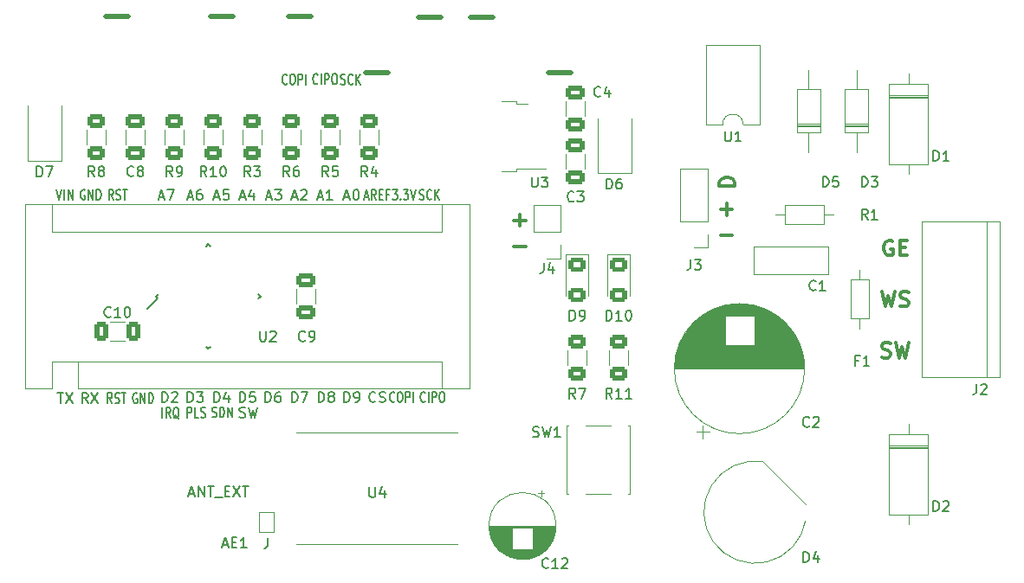
<source format=gto>
G04 #@! TF.GenerationSoftware,KiCad,Pcbnew,6.0.7-1.fc36*
G04 #@! TF.CreationDate,2022-08-13T19:37:31+02:00*
G04 #@! TF.ProjectId,drahtlos_klingel,64726168-746c-46f7-935f-6b6c696e6765,rev?*
G04 #@! TF.SameCoordinates,Original*
G04 #@! TF.FileFunction,Legend,Top*
G04 #@! TF.FilePolarity,Positive*
%FSLAX46Y46*%
G04 Gerber Fmt 4.6, Leading zero omitted, Abs format (unit mm)*
G04 Created by KiCad (PCBNEW 6.0.7-1.fc36) date 2022-08-13 19:37:31*
%MOMM*%
%LPD*%
G01*
G04 APERTURE LIST*
G04 Aperture macros list*
%AMRoundRect*
0 Rectangle with rounded corners*
0 $1 Rounding radius*
0 $2 $3 $4 $5 $6 $7 $8 $9 X,Y pos of 4 corners*
0 Add a 4 corners polygon primitive as box body*
4,1,4,$2,$3,$4,$5,$6,$7,$8,$9,$2,$3,0*
0 Add four circle primitives for the rounded corners*
1,1,$1+$1,$2,$3*
1,1,$1+$1,$4,$5*
1,1,$1+$1,$6,$7*
1,1,$1+$1,$8,$9*
0 Add four rect primitives between the rounded corners*
20,1,$1+$1,$2,$3,$4,$5,0*
20,1,$1+$1,$4,$5,$6,$7,0*
20,1,$1+$1,$6,$7,$8,$9,0*
20,1,$1+$1,$8,$9,$2,$3,0*%
%AMHorizOval*
0 Thick line with rounded ends*
0 $1 width*
0 $2 $3 position (X,Y) of the first rounded end (center of the circle)*
0 $4 $5 position (X,Y) of the second rounded end (center of the circle)*
0 Add line between two ends*
20,1,$1,$2,$3,$4,$5,0*
0 Add two circle primitives to create the rounded ends*
1,1,$1,$2,$3*
1,1,$1,$4,$5*%
%AMRotRect*
0 Rectangle, with rotation*
0 The origin of the aperture is its center*
0 $1 length*
0 $2 width*
0 $3 Rotation angle, in degrees counterclockwise*
0 Add horizontal line*
21,1,$1,$2,0,0,$3*%
G04 Aperture macros list end*
%ADD10C,0.500000*%
%ADD11C,0.150000*%
%ADD12C,0.300000*%
%ADD13C,0.120000*%
%ADD14C,3.100000*%
%ADD15C,0.200000*%
%ADD16O,1.200000X2.000000*%
%ADD17R,1.800000X2.500000*%
%ADD18C,1.600000*%
%ADD19C,2.700000*%
%ADD20R,1.700000X1.700000*%
%ADD21O,1.700000X1.700000*%
%ADD22RoundRect,0.250001X-0.624999X0.462499X-0.624999X-0.462499X0.624999X-0.462499X0.624999X0.462499X0*%
%ADD23R,2.400000X2.400000*%
%ADD24O,2.400000X2.400000*%
%ADD25R,3.000000X3.000000*%
%ADD26C,3.000000*%
%ADD27RoundRect,0.250000X-0.650000X0.412500X-0.650000X-0.412500X0.650000X-0.412500X0.650000X0.412500X0*%
%ADD28RotRect,1.600000X0.550000X45.000000*%
%ADD29RotRect,1.600000X0.550000X135.000000*%
%ADD30R,1.600000X1.600000*%
%ADD31O,1.600000X1.600000*%
%ADD32RoundRect,0.250000X-0.412500X-0.650000X0.412500X-0.650000X0.412500X0.650000X-0.412500X0.650000X0*%
%ADD33R,2.200000X1.200000*%
%ADD34R,6.400000X5.800000*%
%ADD35RoundRect,0.250000X0.625000X-0.400000X0.625000X0.400000X-0.625000X0.400000X-0.625000X-0.400000X0*%
%ADD36C,1.400000*%
%ADD37O,1.400000X1.400000*%
%ADD38RoundRect,0.250000X-0.625000X0.400000X-0.625000X-0.400000X0.625000X-0.400000X0.625000X0.400000X0*%
%ADD39C,2.400000*%
%ADD40R,1.000000X3.200000*%
%ADD41RoundRect,0.250000X0.650000X-0.412500X0.650000X0.412500X-0.650000X0.412500X-0.650000X-0.412500X0*%
%ADD42RotRect,2.000000X2.000000X225.000000*%
%ADD43HorizOval,2.000000X0.000000X0.000000X0.000000X0.000000X0*%
G04 APERTURE END LIST*
D10*
X58134000Y-23775200D02*
X60334000Y-23775200D01*
X50534000Y-23775200D02*
X52734000Y-23775200D01*
X40334000Y-23775200D02*
X42534000Y-23775200D01*
X75934000Y-23875200D02*
X78134000Y-23875200D01*
X65734000Y-29275200D02*
X67934000Y-29275200D01*
X83534000Y-29275200D02*
X85734000Y-29275200D01*
X70834000Y-23875200D02*
X73034000Y-23875200D01*
D11*
X65619714Y-41441866D02*
X65976857Y-41441866D01*
X65548285Y-41727580D02*
X65798285Y-40727580D01*
X66048285Y-41727580D01*
X66726857Y-41727580D02*
X66476857Y-41251390D01*
X66298285Y-41727580D02*
X66298285Y-40727580D01*
X66584000Y-40727580D01*
X66655428Y-40775200D01*
X66691142Y-40822819D01*
X66726857Y-40918057D01*
X66726857Y-41060914D01*
X66691142Y-41156152D01*
X66655428Y-41203771D01*
X66584000Y-41251390D01*
X66298285Y-41251390D01*
X67048285Y-41203771D02*
X67298285Y-41203771D01*
X67405428Y-41727580D02*
X67048285Y-41727580D01*
X67048285Y-40727580D01*
X67405428Y-40727580D01*
X67976857Y-41203771D02*
X67726857Y-41203771D01*
X67726857Y-41727580D02*
X67726857Y-40727580D01*
X68084000Y-40727580D01*
X45519714Y-41441866D02*
X45995904Y-41441866D01*
X45424476Y-41727580D02*
X45757809Y-40727580D01*
X46091142Y-41727580D01*
X46329238Y-40727580D02*
X46995904Y-40727580D01*
X46567333Y-41727580D01*
X66667333Y-61432342D02*
X66619714Y-61479961D01*
X66476857Y-61527580D01*
X66381619Y-61527580D01*
X66238761Y-61479961D01*
X66143523Y-61384723D01*
X66095904Y-61289485D01*
X66048285Y-61099009D01*
X66048285Y-60956152D01*
X66095904Y-60765676D01*
X66143523Y-60670438D01*
X66238761Y-60575200D01*
X66381619Y-60527580D01*
X66476857Y-60527580D01*
X66619714Y-60575200D01*
X66667333Y-60622819D01*
X67048285Y-61479961D02*
X67191142Y-61527580D01*
X67429238Y-61527580D01*
X67524476Y-61479961D01*
X67572095Y-61432342D01*
X67619714Y-61337104D01*
X67619714Y-61241866D01*
X67572095Y-61146628D01*
X67524476Y-61099009D01*
X67429238Y-61051390D01*
X67238761Y-61003771D01*
X67143523Y-60956152D01*
X67095904Y-60908533D01*
X67048285Y-60813295D01*
X67048285Y-60718057D01*
X67095904Y-60622819D01*
X67143523Y-60575200D01*
X67238761Y-60527580D01*
X67476857Y-60527580D01*
X67619714Y-60575200D01*
X41023285Y-41727580D02*
X40773285Y-41251390D01*
X40594714Y-41727580D02*
X40594714Y-40727580D01*
X40880428Y-40727580D01*
X40951857Y-40775200D01*
X40987571Y-40822819D01*
X41023285Y-40918057D01*
X41023285Y-41060914D01*
X40987571Y-41156152D01*
X40951857Y-41203771D01*
X40880428Y-41251390D01*
X40594714Y-41251390D01*
X41309000Y-41679961D02*
X41416142Y-41727580D01*
X41594714Y-41727580D01*
X41666142Y-41679961D01*
X41701857Y-41632342D01*
X41737571Y-41537104D01*
X41737571Y-41441866D01*
X41701857Y-41346628D01*
X41666142Y-41299009D01*
X41594714Y-41251390D01*
X41451857Y-41203771D01*
X41380428Y-41156152D01*
X41344714Y-41108533D01*
X41309000Y-41013295D01*
X41309000Y-40918057D01*
X41344714Y-40822819D01*
X41380428Y-40775200D01*
X41451857Y-40727580D01*
X41630428Y-40727580D01*
X41737571Y-40775200D01*
X41951857Y-40727580D02*
X42380428Y-40727580D01*
X42166142Y-41727580D02*
X42166142Y-40727580D01*
D12*
X116142857Y-57107142D02*
X116357142Y-57178571D01*
X116714285Y-57178571D01*
X116857142Y-57107142D01*
X116928571Y-57035714D01*
X117000000Y-56892857D01*
X117000000Y-56750000D01*
X116928571Y-56607142D01*
X116857142Y-56535714D01*
X116714285Y-56464285D01*
X116428571Y-56392857D01*
X116285714Y-56321428D01*
X116214285Y-56250000D01*
X116142857Y-56107142D01*
X116142857Y-55964285D01*
X116214285Y-55821428D01*
X116285714Y-55750000D01*
X116428571Y-55678571D01*
X116785714Y-55678571D01*
X117000000Y-55750000D01*
X117500000Y-55678571D02*
X117857142Y-57178571D01*
X118142857Y-56107142D01*
X118428571Y-57178571D01*
X118785714Y-55678571D01*
D11*
X55895904Y-61527580D02*
X55895904Y-60527580D01*
X56134000Y-60527580D01*
X56276857Y-60575200D01*
X56372095Y-60670438D01*
X56419714Y-60765676D01*
X56467333Y-60956152D01*
X56467333Y-61099009D01*
X56419714Y-61289485D01*
X56372095Y-61384723D01*
X56276857Y-61479961D01*
X56134000Y-61527580D01*
X55895904Y-61527580D01*
X57324476Y-60527580D02*
X57134000Y-60527580D01*
X57038761Y-60575200D01*
X56991142Y-60622819D01*
X56895904Y-60765676D01*
X56848285Y-60956152D01*
X56848285Y-61337104D01*
X56895904Y-61432342D01*
X56943523Y-61479961D01*
X57038761Y-61527580D01*
X57229238Y-61527580D01*
X57324476Y-61479961D01*
X57372095Y-61432342D01*
X57419714Y-61337104D01*
X57419714Y-61099009D01*
X57372095Y-61003771D01*
X57324476Y-60956152D01*
X57229238Y-60908533D01*
X57038761Y-60908533D01*
X56943523Y-60956152D01*
X56895904Y-61003771D01*
X56848285Y-61099009D01*
D12*
X100393571Y-42652142D02*
X101536428Y-42652142D01*
X100965000Y-43223571D02*
X100965000Y-42080714D01*
D11*
X48319714Y-41441866D02*
X48795904Y-41441866D01*
X48224476Y-41727580D02*
X48557809Y-40727580D01*
X48891142Y-41727580D01*
X49653047Y-40727580D02*
X49462571Y-40727580D01*
X49367333Y-40775200D01*
X49319714Y-40822819D01*
X49224476Y-40965676D01*
X49176857Y-41156152D01*
X49176857Y-41537104D01*
X49224476Y-41632342D01*
X49272095Y-41679961D01*
X49367333Y-41727580D01*
X49557809Y-41727580D01*
X49653047Y-41679961D01*
X49700666Y-41632342D01*
X49748285Y-41537104D01*
X49748285Y-41299009D01*
X49700666Y-41203771D01*
X49653047Y-41156152D01*
X49557809Y-41108533D01*
X49367333Y-41108533D01*
X49272095Y-41156152D01*
X49224476Y-41203771D01*
X49176857Y-41299009D01*
X58519714Y-41441866D02*
X58995904Y-41441866D01*
X58424476Y-41727580D02*
X58757809Y-40727580D01*
X59091142Y-41727580D01*
X59376857Y-40822819D02*
X59424476Y-40775200D01*
X59519714Y-40727580D01*
X59757809Y-40727580D01*
X59853047Y-40775200D01*
X59900666Y-40822819D01*
X59948285Y-40918057D01*
X59948285Y-41013295D01*
X59900666Y-41156152D01*
X59329238Y-41727580D01*
X59948285Y-41727580D01*
X70969714Y-41679961D02*
X71076857Y-41727580D01*
X71255428Y-41727580D01*
X71326857Y-41679961D01*
X71362571Y-41632342D01*
X71398285Y-41537104D01*
X71398285Y-41441866D01*
X71362571Y-41346628D01*
X71326857Y-41299009D01*
X71255428Y-41251390D01*
X71112571Y-41203771D01*
X71041142Y-41156152D01*
X71005428Y-41108533D01*
X70969714Y-41013295D01*
X70969714Y-40918057D01*
X71005428Y-40822819D01*
X71041142Y-40775200D01*
X71112571Y-40727580D01*
X71291142Y-40727580D01*
X71398285Y-40775200D01*
X72148285Y-41632342D02*
X72112571Y-41679961D01*
X72005428Y-41727580D01*
X71934000Y-41727580D01*
X71826857Y-41679961D01*
X71755428Y-41584723D01*
X71719714Y-41489485D01*
X71684000Y-41299009D01*
X71684000Y-41156152D01*
X71719714Y-40965676D01*
X71755428Y-40870438D01*
X71826857Y-40775200D01*
X71934000Y-40727580D01*
X72005428Y-40727580D01*
X72112571Y-40775200D01*
X72148285Y-40822819D01*
X72469714Y-41727580D02*
X72469714Y-40727580D01*
X72898285Y-41727580D02*
X72576857Y-41156152D01*
X72898285Y-40727580D02*
X72469714Y-41299009D01*
X50706857Y-62964961D02*
X50814000Y-63012580D01*
X50992571Y-63012580D01*
X51064000Y-62964961D01*
X51099714Y-62917342D01*
X51135428Y-62822104D01*
X51135428Y-62726866D01*
X51099714Y-62631628D01*
X51064000Y-62584009D01*
X50992571Y-62536390D01*
X50849714Y-62488771D01*
X50778285Y-62441152D01*
X50742571Y-62393533D01*
X50706857Y-62298295D01*
X50706857Y-62203057D01*
X50742571Y-62107819D01*
X50778285Y-62060200D01*
X50849714Y-62012580D01*
X51028285Y-62012580D01*
X51135428Y-62060200D01*
X51456857Y-63012580D02*
X51456857Y-62012580D01*
X51635428Y-62012580D01*
X51742571Y-62060200D01*
X51814000Y-62155438D01*
X51849714Y-62250676D01*
X51885428Y-62441152D01*
X51885428Y-62584009D01*
X51849714Y-62774485D01*
X51814000Y-62869723D01*
X51742571Y-62964961D01*
X51635428Y-63012580D01*
X51456857Y-63012580D01*
X52206857Y-63012580D02*
X52206857Y-62012580D01*
X52635428Y-63012580D01*
X52635428Y-62012580D01*
X63269714Y-30379961D02*
X63376857Y-30427580D01*
X63555428Y-30427580D01*
X63626857Y-30379961D01*
X63662571Y-30332342D01*
X63698285Y-30237104D01*
X63698285Y-30141866D01*
X63662571Y-30046628D01*
X63626857Y-29999009D01*
X63555428Y-29951390D01*
X63412571Y-29903771D01*
X63341142Y-29856152D01*
X63305428Y-29808533D01*
X63269714Y-29713295D01*
X63269714Y-29618057D01*
X63305428Y-29522819D01*
X63341142Y-29475200D01*
X63412571Y-29427580D01*
X63591142Y-29427580D01*
X63698285Y-29475200D01*
X64448285Y-30332342D02*
X64412571Y-30379961D01*
X64305428Y-30427580D01*
X64234000Y-30427580D01*
X64126857Y-30379961D01*
X64055428Y-30284723D01*
X64019714Y-30189485D01*
X63984000Y-29999009D01*
X63984000Y-29856152D01*
X64019714Y-29665676D01*
X64055428Y-29570438D01*
X64126857Y-29475200D01*
X64234000Y-29427580D01*
X64305428Y-29427580D01*
X64412571Y-29475200D01*
X64448285Y-29522819D01*
X64769714Y-30427580D02*
X64769714Y-29427580D01*
X65198285Y-30427580D02*
X64876857Y-29856152D01*
X65198285Y-29427580D02*
X64769714Y-29999009D01*
X63619714Y-41441866D02*
X64095904Y-41441866D01*
X63524476Y-41727580D02*
X63857809Y-40727580D01*
X64191142Y-41727580D01*
X64714952Y-40727580D02*
X64810190Y-40727580D01*
X64905428Y-40775200D01*
X64953047Y-40822819D01*
X65000666Y-40918057D01*
X65048285Y-41108533D01*
X65048285Y-41346628D01*
X65000666Y-41537104D01*
X64953047Y-41632342D01*
X64905428Y-41679961D01*
X64810190Y-41727580D01*
X64714952Y-41727580D01*
X64619714Y-41679961D01*
X64572095Y-41632342D01*
X64524476Y-41537104D01*
X64476857Y-41346628D01*
X64476857Y-41108533D01*
X64524476Y-40918057D01*
X64572095Y-40822819D01*
X64619714Y-40775200D01*
X64714952Y-40727580D01*
X58019714Y-30332342D02*
X57984000Y-30379961D01*
X57876857Y-30427580D01*
X57805428Y-30427580D01*
X57698285Y-30379961D01*
X57626857Y-30284723D01*
X57591142Y-30189485D01*
X57555428Y-29999009D01*
X57555428Y-29856152D01*
X57591142Y-29665676D01*
X57626857Y-29570438D01*
X57698285Y-29475200D01*
X57805428Y-29427580D01*
X57876857Y-29427580D01*
X57984000Y-29475200D01*
X58019714Y-29522819D01*
X58484000Y-29427580D02*
X58626857Y-29427580D01*
X58698285Y-29475200D01*
X58769714Y-29570438D01*
X58805428Y-29760914D01*
X58805428Y-30094247D01*
X58769714Y-30284723D01*
X58698285Y-30379961D01*
X58626857Y-30427580D01*
X58484000Y-30427580D01*
X58412571Y-30379961D01*
X58341142Y-30284723D01*
X58305428Y-30094247D01*
X58305428Y-29760914D01*
X58341142Y-29570438D01*
X58412571Y-29475200D01*
X58484000Y-29427580D01*
X59126857Y-30427580D02*
X59126857Y-29427580D01*
X59412571Y-29427580D01*
X59484000Y-29475200D01*
X59519714Y-29522819D01*
X59555428Y-29618057D01*
X59555428Y-29760914D01*
X59519714Y-29856152D01*
X59484000Y-29903771D01*
X59412571Y-29951390D01*
X59126857Y-29951390D01*
X59876857Y-30427580D02*
X59876857Y-29427580D01*
D12*
X101770571Y-40397857D02*
X100270571Y-40397857D01*
X100270571Y-40040714D01*
X100342000Y-39826428D01*
X100484857Y-39683571D01*
X100627714Y-39612142D01*
X100913428Y-39540714D01*
X101127714Y-39540714D01*
X101413428Y-39612142D01*
X101556285Y-39683571D01*
X101699142Y-39826428D01*
X101770571Y-40040714D01*
X101770571Y-40397857D01*
D11*
X48295904Y-61527580D02*
X48295904Y-60527580D01*
X48534000Y-60527580D01*
X48676857Y-60575200D01*
X48772095Y-60670438D01*
X48819714Y-60765676D01*
X48867333Y-60956152D01*
X48867333Y-61099009D01*
X48819714Y-61289485D01*
X48772095Y-61384723D01*
X48676857Y-61479961D01*
X48534000Y-61527580D01*
X48295904Y-61527580D01*
X49200666Y-60527580D02*
X49819714Y-60527580D01*
X49486380Y-60908533D01*
X49629238Y-60908533D01*
X49724476Y-60956152D01*
X49772095Y-61003771D01*
X49819714Y-61099009D01*
X49819714Y-61337104D01*
X49772095Y-61432342D01*
X49724476Y-61479961D01*
X49629238Y-61527580D01*
X49343523Y-61527580D01*
X49248285Y-61479961D01*
X49200666Y-61432342D01*
X45841142Y-63067580D02*
X45841142Y-62067580D01*
X46626857Y-63067580D02*
X46376857Y-62591390D01*
X46198285Y-63067580D02*
X46198285Y-62067580D01*
X46484000Y-62067580D01*
X46555428Y-62115200D01*
X46591142Y-62162819D01*
X46626857Y-62258057D01*
X46626857Y-62400914D01*
X46591142Y-62496152D01*
X46555428Y-62543771D01*
X46484000Y-62591390D01*
X46198285Y-62591390D01*
X47448285Y-63162819D02*
X47376857Y-63115200D01*
X47305428Y-63019961D01*
X47198285Y-62877104D01*
X47126857Y-62829485D01*
X47055428Y-62829485D01*
X47091142Y-63067580D02*
X47019714Y-63019961D01*
X46948285Y-62924723D01*
X46912571Y-62734247D01*
X46912571Y-62400914D01*
X46948285Y-62210438D01*
X47019714Y-62115200D01*
X47091142Y-62067580D01*
X47234000Y-62067580D01*
X47305428Y-62115200D01*
X47376857Y-62210438D01*
X47412571Y-62400914D01*
X47412571Y-62734247D01*
X47376857Y-62924723D01*
X47305428Y-63019961D01*
X47234000Y-63067580D01*
X47091142Y-63067580D01*
X35572095Y-60627580D02*
X36143523Y-60627580D01*
X35857809Y-61627580D02*
X35857809Y-60627580D01*
X36381619Y-60627580D02*
X37048285Y-61627580D01*
X37048285Y-60627580D02*
X36381619Y-61627580D01*
X53371857Y-62979961D02*
X53514714Y-63027580D01*
X53752809Y-63027580D01*
X53848047Y-62979961D01*
X53895666Y-62932342D01*
X53943285Y-62837104D01*
X53943285Y-62741866D01*
X53895666Y-62646628D01*
X53848047Y-62599009D01*
X53752809Y-62551390D01*
X53562333Y-62503771D01*
X53467095Y-62456152D01*
X53419476Y-62408533D01*
X53371857Y-62313295D01*
X53371857Y-62218057D01*
X53419476Y-62122819D01*
X53467095Y-62075200D01*
X53562333Y-62027580D01*
X53800428Y-62027580D01*
X53943285Y-62075200D01*
X54276619Y-62027580D02*
X54514714Y-63027580D01*
X54705190Y-62313295D01*
X54895666Y-63027580D01*
X55133761Y-62027580D01*
X50919714Y-41441866D02*
X51395904Y-41441866D01*
X50824476Y-41727580D02*
X51157809Y-40727580D01*
X51491142Y-41727580D01*
X52300666Y-40727580D02*
X51824476Y-40727580D01*
X51776857Y-41203771D01*
X51824476Y-41156152D01*
X51919714Y-41108533D01*
X52157809Y-41108533D01*
X52253047Y-41156152D01*
X52300666Y-41203771D01*
X52348285Y-41299009D01*
X52348285Y-41537104D01*
X52300666Y-41632342D01*
X52253047Y-41679961D01*
X52157809Y-41727580D01*
X51919714Y-41727580D01*
X51824476Y-41679961D01*
X51776857Y-41632342D01*
X68326857Y-40727580D02*
X68791142Y-40727580D01*
X68541142Y-41108533D01*
X68648285Y-41108533D01*
X68719714Y-41156152D01*
X68755428Y-41203771D01*
X68791142Y-41299009D01*
X68791142Y-41537104D01*
X68755428Y-41632342D01*
X68719714Y-41679961D01*
X68648285Y-41727580D01*
X68434000Y-41727580D01*
X68362571Y-41679961D01*
X68326857Y-41632342D01*
X69112571Y-41632342D02*
X69148285Y-41679961D01*
X69112571Y-41727580D01*
X69076857Y-41679961D01*
X69112571Y-41632342D01*
X69112571Y-41727580D01*
X69398285Y-40727580D02*
X69862571Y-40727580D01*
X69612571Y-41108533D01*
X69719714Y-41108533D01*
X69791142Y-41156152D01*
X69826857Y-41203771D01*
X69862571Y-41299009D01*
X69862571Y-41537104D01*
X69826857Y-41632342D01*
X69791142Y-41679961D01*
X69719714Y-41727580D01*
X69505428Y-41727580D01*
X69434000Y-41679961D01*
X69398285Y-41632342D01*
X70076857Y-40727580D02*
X70326857Y-41727580D01*
X70576857Y-40727580D01*
X68519714Y-61432342D02*
X68484000Y-61479961D01*
X68376857Y-61527580D01*
X68305428Y-61527580D01*
X68198285Y-61479961D01*
X68126857Y-61384723D01*
X68091142Y-61289485D01*
X68055428Y-61099009D01*
X68055428Y-60956152D01*
X68091142Y-60765676D01*
X68126857Y-60670438D01*
X68198285Y-60575200D01*
X68305428Y-60527580D01*
X68376857Y-60527580D01*
X68484000Y-60575200D01*
X68519714Y-60622819D01*
X68984000Y-60527580D02*
X69126857Y-60527580D01*
X69198285Y-60575200D01*
X69269714Y-60670438D01*
X69305428Y-60860914D01*
X69305428Y-61194247D01*
X69269714Y-61384723D01*
X69198285Y-61479961D01*
X69126857Y-61527580D01*
X68984000Y-61527580D01*
X68912571Y-61479961D01*
X68841142Y-61384723D01*
X68805428Y-61194247D01*
X68805428Y-60860914D01*
X68841142Y-60670438D01*
X68912571Y-60575200D01*
X68984000Y-60527580D01*
X69626857Y-61527580D02*
X69626857Y-60527580D01*
X69912571Y-60527580D01*
X69984000Y-60575200D01*
X70019714Y-60622819D01*
X70055428Y-60718057D01*
X70055428Y-60860914D01*
X70019714Y-60956152D01*
X69984000Y-61003771D01*
X69912571Y-61051390D01*
X69626857Y-61051390D01*
X70376857Y-61527580D02*
X70376857Y-60527580D01*
X61019714Y-41441866D02*
X61495904Y-41441866D01*
X60924476Y-41727580D02*
X61257809Y-40727580D01*
X61591142Y-41727580D01*
X62448285Y-41727580D02*
X61876857Y-41727580D01*
X62162571Y-41727580D02*
X62162571Y-40727580D01*
X62067333Y-40870438D01*
X61972095Y-40965676D01*
X61876857Y-41013295D01*
D12*
X116142857Y-50678571D02*
X116500000Y-52178571D01*
X116785714Y-51107142D01*
X117071428Y-52178571D01*
X117428571Y-50678571D01*
X117928571Y-52107142D02*
X118142857Y-52178571D01*
X118500000Y-52178571D01*
X118642857Y-52107142D01*
X118714285Y-52035714D01*
X118785714Y-51892857D01*
X118785714Y-51750000D01*
X118714285Y-51607142D01*
X118642857Y-51535714D01*
X118500000Y-51464285D01*
X118214285Y-51392857D01*
X118071428Y-51321428D01*
X118000000Y-51250000D01*
X117928571Y-51107142D01*
X117928571Y-50964285D01*
X118000000Y-50821428D01*
X118071428Y-50750000D01*
X118214285Y-50678571D01*
X118571428Y-50678571D01*
X118785714Y-50750000D01*
D11*
X38567333Y-61627580D02*
X38234000Y-61151390D01*
X37995904Y-61627580D02*
X37995904Y-60627580D01*
X38376857Y-60627580D01*
X38472095Y-60675200D01*
X38519714Y-60722819D01*
X38567333Y-60818057D01*
X38567333Y-60960914D01*
X38519714Y-61056152D01*
X38472095Y-61103771D01*
X38376857Y-61151390D01*
X37995904Y-61151390D01*
X38900666Y-60627580D02*
X39567333Y-61627580D01*
X39567333Y-60627580D02*
X38900666Y-61627580D01*
X63595904Y-61527580D02*
X63595904Y-60527580D01*
X63834000Y-60527580D01*
X63976857Y-60575200D01*
X64072095Y-60670438D01*
X64119714Y-60765676D01*
X64167333Y-60956152D01*
X64167333Y-61099009D01*
X64119714Y-61289485D01*
X64072095Y-61384723D01*
X63976857Y-61479961D01*
X63834000Y-61527580D01*
X63595904Y-61527580D01*
X64643523Y-61527580D02*
X64834000Y-61527580D01*
X64929238Y-61479961D01*
X64976857Y-61432342D01*
X65072095Y-61289485D01*
X65119714Y-61099009D01*
X65119714Y-60718057D01*
X65072095Y-60622819D01*
X65024476Y-60575200D01*
X64929238Y-60527580D01*
X64738761Y-60527580D01*
X64643523Y-60575200D01*
X64595904Y-60622819D01*
X64548285Y-60718057D01*
X64548285Y-60956152D01*
X64595904Y-61051390D01*
X64643523Y-61099009D01*
X64738761Y-61146628D01*
X64929238Y-61146628D01*
X65024476Y-61099009D01*
X65072095Y-61051390D01*
X65119714Y-60956152D01*
X58495904Y-61527580D02*
X58495904Y-60527580D01*
X58734000Y-60527580D01*
X58876857Y-60575200D01*
X58972095Y-60670438D01*
X59019714Y-60765676D01*
X59067333Y-60956152D01*
X59067333Y-61099009D01*
X59019714Y-61289485D01*
X58972095Y-61384723D01*
X58876857Y-61479961D01*
X58734000Y-61527580D01*
X58495904Y-61527580D01*
X59400666Y-60527580D02*
X60067333Y-60527580D01*
X59638761Y-61527580D01*
X71519714Y-61432342D02*
X71484000Y-61479961D01*
X71376857Y-61527580D01*
X71305428Y-61527580D01*
X71198285Y-61479961D01*
X71126857Y-61384723D01*
X71091142Y-61289485D01*
X71055428Y-61099009D01*
X71055428Y-60956152D01*
X71091142Y-60765676D01*
X71126857Y-60670438D01*
X71198285Y-60575200D01*
X71305428Y-60527580D01*
X71376857Y-60527580D01*
X71484000Y-60575200D01*
X71519714Y-60622819D01*
X71841142Y-61527580D02*
X71841142Y-60527580D01*
X72198285Y-61527580D02*
X72198285Y-60527580D01*
X72484000Y-60527580D01*
X72555428Y-60575200D01*
X72591142Y-60622819D01*
X72626857Y-60718057D01*
X72626857Y-60860914D01*
X72591142Y-60956152D01*
X72555428Y-61003771D01*
X72484000Y-61051390D01*
X72198285Y-61051390D01*
X73091142Y-60527580D02*
X73234000Y-60527580D01*
X73305428Y-60575200D01*
X73376857Y-60670438D01*
X73412571Y-60860914D01*
X73412571Y-61194247D01*
X73376857Y-61384723D01*
X73305428Y-61479961D01*
X73234000Y-61527580D01*
X73091142Y-61527580D01*
X73019714Y-61479961D01*
X72948285Y-61384723D01*
X72912571Y-61194247D01*
X72912571Y-60860914D01*
X72948285Y-60670438D01*
X73019714Y-60575200D01*
X73091142Y-60527580D01*
X61019714Y-30307342D02*
X60984000Y-30354961D01*
X60876857Y-30402580D01*
X60805428Y-30402580D01*
X60698285Y-30354961D01*
X60626857Y-30259723D01*
X60591142Y-30164485D01*
X60555428Y-29974009D01*
X60555428Y-29831152D01*
X60591142Y-29640676D01*
X60626857Y-29545438D01*
X60698285Y-29450200D01*
X60805428Y-29402580D01*
X60876857Y-29402580D01*
X60984000Y-29450200D01*
X61019714Y-29497819D01*
X61341142Y-30402580D02*
X61341142Y-29402580D01*
X61698285Y-30402580D02*
X61698285Y-29402580D01*
X61984000Y-29402580D01*
X62055428Y-29450200D01*
X62091142Y-29497819D01*
X62126857Y-29593057D01*
X62126857Y-29735914D01*
X62091142Y-29831152D01*
X62055428Y-29878771D01*
X61984000Y-29926390D01*
X61698285Y-29926390D01*
X62591142Y-29402580D02*
X62734000Y-29402580D01*
X62805428Y-29450200D01*
X62876857Y-29545438D01*
X62912571Y-29735914D01*
X62912571Y-30069247D01*
X62876857Y-30259723D01*
X62805428Y-30354961D01*
X62734000Y-30402580D01*
X62591142Y-30402580D01*
X62519714Y-30354961D01*
X62448285Y-30259723D01*
X62412571Y-30069247D01*
X62412571Y-29735914D01*
X62448285Y-29545438D01*
X62519714Y-29450200D01*
X62591142Y-29402580D01*
X56019714Y-41441866D02*
X56495904Y-41441866D01*
X55924476Y-41727580D02*
X56257809Y-40727580D01*
X56591142Y-41727580D01*
X56829238Y-40727580D02*
X57448285Y-40727580D01*
X57114952Y-41108533D01*
X57257809Y-41108533D01*
X57353047Y-41156152D01*
X57400666Y-41203771D01*
X57448285Y-41299009D01*
X57448285Y-41537104D01*
X57400666Y-41632342D01*
X57353047Y-41679961D01*
X57257809Y-41727580D01*
X56972095Y-41727580D01*
X56876857Y-41679961D01*
X56829238Y-41632342D01*
X35512571Y-40727580D02*
X35762571Y-41727580D01*
X36012571Y-40727580D01*
X36262571Y-41727580D02*
X36262571Y-40727580D01*
X36619714Y-41727580D02*
X36619714Y-40727580D01*
X37048285Y-41727580D01*
X37048285Y-40727580D01*
X53419714Y-41441866D02*
X53895904Y-41441866D01*
X53324476Y-41727580D02*
X53657809Y-40727580D01*
X53991142Y-41727580D01*
X54753047Y-41060914D02*
X54753047Y-41727580D01*
X54514952Y-40679961D02*
X54276857Y-41394247D01*
X54895904Y-41394247D01*
D12*
X80212571Y-43732342D02*
X81355428Y-43732342D01*
X80784000Y-44303771D02*
X80784000Y-43160914D01*
X117214285Y-45750000D02*
X117071428Y-45678571D01*
X116857142Y-45678571D01*
X116642857Y-45750000D01*
X116500000Y-45892857D01*
X116428571Y-46035714D01*
X116357142Y-46321428D01*
X116357142Y-46535714D01*
X116428571Y-46821428D01*
X116500000Y-46964285D01*
X116642857Y-47107142D01*
X116857142Y-47178571D01*
X117000000Y-47178571D01*
X117214285Y-47107142D01*
X117285714Y-47035714D01*
X117285714Y-46535714D01*
X117000000Y-46535714D01*
X117928571Y-46392857D02*
X118428571Y-46392857D01*
X118642857Y-47178571D02*
X117928571Y-47178571D01*
X117928571Y-45678571D01*
X118642857Y-45678571D01*
D11*
X50895904Y-61527580D02*
X50895904Y-60527580D01*
X51134000Y-60527580D01*
X51276857Y-60575200D01*
X51372095Y-60670438D01*
X51419714Y-60765676D01*
X51467333Y-60956152D01*
X51467333Y-61099009D01*
X51419714Y-61289485D01*
X51372095Y-61384723D01*
X51276857Y-61479961D01*
X51134000Y-61527580D01*
X50895904Y-61527580D01*
X52324476Y-60860914D02*
X52324476Y-61527580D01*
X52086380Y-60479961D02*
X51848285Y-61194247D01*
X52467333Y-61194247D01*
D12*
X100393571Y-45192142D02*
X101536428Y-45192142D01*
D11*
X53395904Y-61527580D02*
X53395904Y-60527580D01*
X53634000Y-60527580D01*
X53776857Y-60575200D01*
X53872095Y-60670438D01*
X53919714Y-60765676D01*
X53967333Y-60956152D01*
X53967333Y-61099009D01*
X53919714Y-61289485D01*
X53872095Y-61384723D01*
X53776857Y-61479961D01*
X53634000Y-61527580D01*
X53395904Y-61527580D01*
X54872095Y-60527580D02*
X54395904Y-60527580D01*
X54348285Y-61003771D01*
X54395904Y-60956152D01*
X54491142Y-60908533D01*
X54729238Y-60908533D01*
X54824476Y-60956152D01*
X54872095Y-61003771D01*
X54919714Y-61099009D01*
X54919714Y-61337104D01*
X54872095Y-61432342D01*
X54824476Y-61479961D01*
X54729238Y-61527580D01*
X54491142Y-61527580D01*
X54395904Y-61479961D01*
X54348285Y-61432342D01*
X43362571Y-60675200D02*
X43291142Y-60627580D01*
X43184000Y-60627580D01*
X43076857Y-60675200D01*
X43005428Y-60770438D01*
X42969714Y-60865676D01*
X42934000Y-61056152D01*
X42934000Y-61199009D01*
X42969714Y-61389485D01*
X43005428Y-61484723D01*
X43076857Y-61579961D01*
X43184000Y-61627580D01*
X43255428Y-61627580D01*
X43362571Y-61579961D01*
X43398285Y-61532342D01*
X43398285Y-61199009D01*
X43255428Y-61199009D01*
X43719714Y-61627580D02*
X43719714Y-60627580D01*
X44148285Y-61627580D01*
X44148285Y-60627580D01*
X44505428Y-61627580D02*
X44505428Y-60627580D01*
X44684000Y-60627580D01*
X44791142Y-60675200D01*
X44862571Y-60770438D01*
X44898285Y-60865676D01*
X44934000Y-61056152D01*
X44934000Y-61199009D01*
X44898285Y-61389485D01*
X44862571Y-61484723D01*
X44791142Y-61579961D01*
X44684000Y-61627580D01*
X44505428Y-61627580D01*
X61095904Y-61527580D02*
X61095904Y-60527580D01*
X61334000Y-60527580D01*
X61476857Y-60575200D01*
X61572095Y-60670438D01*
X61619714Y-60765676D01*
X61667333Y-60956152D01*
X61667333Y-61099009D01*
X61619714Y-61289485D01*
X61572095Y-61384723D01*
X61476857Y-61479961D01*
X61334000Y-61527580D01*
X61095904Y-61527580D01*
X62238761Y-60956152D02*
X62143523Y-60908533D01*
X62095904Y-60860914D01*
X62048285Y-60765676D01*
X62048285Y-60718057D01*
X62095904Y-60622819D01*
X62143523Y-60575200D01*
X62238761Y-60527580D01*
X62429238Y-60527580D01*
X62524476Y-60575200D01*
X62572095Y-60622819D01*
X62619714Y-60718057D01*
X62619714Y-60765676D01*
X62572095Y-60860914D01*
X62524476Y-60908533D01*
X62429238Y-60956152D01*
X62238761Y-60956152D01*
X62143523Y-61003771D01*
X62095904Y-61051390D01*
X62048285Y-61146628D01*
X62048285Y-61337104D01*
X62095904Y-61432342D01*
X62143523Y-61479961D01*
X62238761Y-61527580D01*
X62429238Y-61527580D01*
X62524476Y-61479961D01*
X62572095Y-61432342D01*
X62619714Y-61337104D01*
X62619714Y-61146628D01*
X62572095Y-61051390D01*
X62524476Y-61003771D01*
X62429238Y-60956152D01*
X45795904Y-61527580D02*
X45795904Y-60527580D01*
X46034000Y-60527580D01*
X46176857Y-60575200D01*
X46272095Y-60670438D01*
X46319714Y-60765676D01*
X46367333Y-60956152D01*
X46367333Y-61099009D01*
X46319714Y-61289485D01*
X46272095Y-61384723D01*
X46176857Y-61479961D01*
X46034000Y-61527580D01*
X45795904Y-61527580D01*
X46748285Y-60622819D02*
X46795904Y-60575200D01*
X46891142Y-60527580D01*
X47129238Y-60527580D01*
X47224476Y-60575200D01*
X47272095Y-60622819D01*
X47319714Y-60718057D01*
X47319714Y-60813295D01*
X47272095Y-60956152D01*
X46700666Y-61527580D01*
X47319714Y-61527580D01*
X40923285Y-61627580D02*
X40673285Y-61151390D01*
X40494714Y-61627580D02*
X40494714Y-60627580D01*
X40780428Y-60627580D01*
X40851857Y-60675200D01*
X40887571Y-60722819D01*
X40923285Y-60818057D01*
X40923285Y-60960914D01*
X40887571Y-61056152D01*
X40851857Y-61103771D01*
X40780428Y-61151390D01*
X40494714Y-61151390D01*
X41209000Y-61579961D02*
X41316142Y-61627580D01*
X41494714Y-61627580D01*
X41566142Y-61579961D01*
X41601857Y-61532342D01*
X41637571Y-61437104D01*
X41637571Y-61341866D01*
X41601857Y-61246628D01*
X41566142Y-61199009D01*
X41494714Y-61151390D01*
X41351857Y-61103771D01*
X41280428Y-61056152D01*
X41244714Y-61008533D01*
X41209000Y-60913295D01*
X41209000Y-60818057D01*
X41244714Y-60722819D01*
X41280428Y-60675200D01*
X41351857Y-60627580D01*
X41530428Y-60627580D01*
X41637571Y-60675200D01*
X41851857Y-60627580D02*
X42280428Y-60627580D01*
X42066142Y-61627580D02*
X42066142Y-60627580D01*
D12*
X80212571Y-46332342D02*
X81355428Y-46332342D01*
D11*
X48291857Y-63027580D02*
X48291857Y-62027580D01*
X48577571Y-62027580D01*
X48649000Y-62075200D01*
X48684714Y-62122819D01*
X48720428Y-62218057D01*
X48720428Y-62360914D01*
X48684714Y-62456152D01*
X48649000Y-62503771D01*
X48577571Y-62551390D01*
X48291857Y-62551390D01*
X49399000Y-63027580D02*
X49041857Y-63027580D01*
X49041857Y-62027580D01*
X49613285Y-62979961D02*
X49720428Y-63027580D01*
X49899000Y-63027580D01*
X49970428Y-62979961D01*
X50006142Y-62932342D01*
X50041857Y-62837104D01*
X50041857Y-62741866D01*
X50006142Y-62646628D01*
X49970428Y-62599009D01*
X49899000Y-62551390D01*
X49756142Y-62503771D01*
X49684714Y-62456152D01*
X49649000Y-62408533D01*
X49613285Y-62313295D01*
X49613285Y-62218057D01*
X49649000Y-62122819D01*
X49684714Y-62075200D01*
X49756142Y-62027580D01*
X49934714Y-62027580D01*
X50041857Y-62075200D01*
X38262571Y-40775200D02*
X38191142Y-40727580D01*
X38084000Y-40727580D01*
X37976857Y-40775200D01*
X37905428Y-40870438D01*
X37869714Y-40965676D01*
X37834000Y-41156152D01*
X37834000Y-41299009D01*
X37869714Y-41489485D01*
X37905428Y-41584723D01*
X37976857Y-41679961D01*
X38084000Y-41727580D01*
X38155428Y-41727580D01*
X38262571Y-41679961D01*
X38298285Y-41632342D01*
X38298285Y-41299009D01*
X38155428Y-41299009D01*
X38619714Y-41727580D02*
X38619714Y-40727580D01*
X39048285Y-41727580D01*
X39048285Y-40727580D01*
X39405428Y-41727580D02*
X39405428Y-40727580D01*
X39584000Y-40727580D01*
X39691142Y-40775200D01*
X39762571Y-40870438D01*
X39798285Y-40965676D01*
X39834000Y-41156152D01*
X39834000Y-41299009D01*
X39798285Y-41489485D01*
X39762571Y-41584723D01*
X39691142Y-41679961D01*
X39584000Y-41727580D01*
X39405428Y-41727580D01*
X66072095Y-69827580D02*
X66072095Y-70637104D01*
X66119714Y-70732342D01*
X66167333Y-70779961D01*
X66262571Y-70827580D01*
X66453047Y-70827580D01*
X66548285Y-70779961D01*
X66595904Y-70732342D01*
X66643523Y-70637104D01*
X66643523Y-69827580D01*
X67548285Y-70160914D02*
X67548285Y-70827580D01*
X67310190Y-69779961D02*
X67072095Y-70494247D01*
X67691142Y-70494247D01*
X89228704Y-40653980D02*
X89228704Y-39653980D01*
X89466800Y-39653980D01*
X89609657Y-39701600D01*
X89704895Y-39796838D01*
X89752514Y-39892076D01*
X89800133Y-40082552D01*
X89800133Y-40225409D01*
X89752514Y-40415885D01*
X89704895Y-40511123D01*
X89609657Y-40606361D01*
X89466800Y-40653980D01*
X89228704Y-40653980D01*
X90657276Y-39653980D02*
X90466800Y-39653980D01*
X90371561Y-39701600D01*
X90323942Y-39749219D01*
X90228704Y-39892076D01*
X90181085Y-40082552D01*
X90181085Y-40463504D01*
X90228704Y-40558742D01*
X90276323Y-40606361D01*
X90371561Y-40653980D01*
X90562038Y-40653980D01*
X90657276Y-40606361D01*
X90704895Y-40558742D01*
X90752514Y-40463504D01*
X90752514Y-40225409D01*
X90704895Y-40130171D01*
X90657276Y-40082552D01*
X90562038Y-40034933D01*
X90371561Y-40034933D01*
X90276323Y-40082552D01*
X90228704Y-40130171D01*
X90181085Y-40225409D01*
X109688333Y-50522142D02*
X109640714Y-50569761D01*
X109497857Y-50617380D01*
X109402619Y-50617380D01*
X109259761Y-50569761D01*
X109164523Y-50474523D01*
X109116904Y-50379285D01*
X109069285Y-50188809D01*
X109069285Y-50045952D01*
X109116904Y-49855476D01*
X109164523Y-49760238D01*
X109259761Y-49665000D01*
X109402619Y-49617380D01*
X109497857Y-49617380D01*
X109640714Y-49665000D01*
X109688333Y-49712619D01*
X110640714Y-50617380D02*
X110069285Y-50617380D01*
X110355000Y-50617380D02*
X110355000Y-49617380D01*
X110259761Y-49760238D01*
X110164523Y-49855476D01*
X110069285Y-49903095D01*
X83100666Y-47897580D02*
X83100666Y-48611866D01*
X83053047Y-48754723D01*
X82957809Y-48849961D01*
X82814952Y-48897580D01*
X82719714Y-48897580D01*
X84005428Y-48230914D02*
X84005428Y-48897580D01*
X83767333Y-47849961D02*
X83529238Y-48564247D01*
X84148285Y-48564247D01*
X85621904Y-53538380D02*
X85621904Y-52538380D01*
X85860000Y-52538380D01*
X86002857Y-52586000D01*
X86098095Y-52681238D01*
X86145714Y-52776476D01*
X86193333Y-52966952D01*
X86193333Y-53109809D01*
X86145714Y-53300285D01*
X86098095Y-53395523D01*
X86002857Y-53490761D01*
X85860000Y-53538380D01*
X85621904Y-53538380D01*
X86669523Y-53538380D02*
X86860000Y-53538380D01*
X86955238Y-53490761D01*
X87002857Y-53443142D01*
X87098095Y-53300285D01*
X87145714Y-53109809D01*
X87145714Y-52728857D01*
X87098095Y-52633619D01*
X87050476Y-52586000D01*
X86955238Y-52538380D01*
X86764761Y-52538380D01*
X86669523Y-52586000D01*
X86621904Y-52633619D01*
X86574285Y-52728857D01*
X86574285Y-52966952D01*
X86621904Y-53062190D01*
X86669523Y-53109809D01*
X86764761Y-53157428D01*
X86955238Y-53157428D01*
X87050476Y-53109809D01*
X87098095Y-53062190D01*
X87145714Y-52966952D01*
X89209714Y-53538380D02*
X89209714Y-52538380D01*
X89447809Y-52538380D01*
X89590666Y-52586000D01*
X89685904Y-52681238D01*
X89733523Y-52776476D01*
X89781142Y-52966952D01*
X89781142Y-53109809D01*
X89733523Y-53300285D01*
X89685904Y-53395523D01*
X89590666Y-53490761D01*
X89447809Y-53538380D01*
X89209714Y-53538380D01*
X90733523Y-53538380D02*
X90162095Y-53538380D01*
X90447809Y-53538380D02*
X90447809Y-52538380D01*
X90352571Y-52681238D01*
X90257333Y-52776476D01*
X90162095Y-52824095D01*
X91352571Y-52538380D02*
X91447809Y-52538380D01*
X91543047Y-52586000D01*
X91590666Y-52633619D01*
X91638285Y-52728857D01*
X91685904Y-52919333D01*
X91685904Y-53157428D01*
X91638285Y-53347904D01*
X91590666Y-53443142D01*
X91543047Y-53490761D01*
X91447809Y-53538380D01*
X91352571Y-53538380D01*
X91257333Y-53490761D01*
X91209714Y-53443142D01*
X91162095Y-53347904D01*
X91114476Y-53157428D01*
X91114476Y-52919333D01*
X91162095Y-52728857D01*
X91209714Y-52633619D01*
X91257333Y-52586000D01*
X91352571Y-52538380D01*
X121181904Y-72207380D02*
X121181904Y-71207380D01*
X121420000Y-71207380D01*
X121562857Y-71255000D01*
X121658095Y-71350238D01*
X121705714Y-71445476D01*
X121753333Y-71635952D01*
X121753333Y-71778809D01*
X121705714Y-71969285D01*
X121658095Y-72064523D01*
X121562857Y-72159761D01*
X121420000Y-72207380D01*
X121181904Y-72207380D01*
X122134285Y-71302619D02*
X122181904Y-71255000D01*
X122277142Y-71207380D01*
X122515238Y-71207380D01*
X122610476Y-71255000D01*
X122658095Y-71302619D01*
X122705714Y-71397857D01*
X122705714Y-71493095D01*
X122658095Y-71635952D01*
X122086666Y-72207380D01*
X122705714Y-72207380D01*
X121181904Y-37917380D02*
X121181904Y-36917380D01*
X121420000Y-36917380D01*
X121562857Y-36965000D01*
X121658095Y-37060238D01*
X121705714Y-37155476D01*
X121753333Y-37345952D01*
X121753333Y-37488809D01*
X121705714Y-37679285D01*
X121658095Y-37774523D01*
X121562857Y-37869761D01*
X121420000Y-37917380D01*
X121181904Y-37917380D01*
X122705714Y-37917380D02*
X122134285Y-37917380D01*
X122420000Y-37917380D02*
X122420000Y-36917380D01*
X122324761Y-37060238D01*
X122229523Y-37155476D01*
X122134285Y-37203095D01*
X97456666Y-47570380D02*
X97456666Y-48284666D01*
X97409047Y-48427523D01*
X97313809Y-48522761D01*
X97170952Y-48570380D01*
X97075714Y-48570380D01*
X97837619Y-47570380D02*
X98456666Y-47570380D01*
X98123333Y-47951333D01*
X98266190Y-47951333D01*
X98361428Y-47998952D01*
X98409047Y-48046571D01*
X98456666Y-48141809D01*
X98456666Y-48379904D01*
X98409047Y-48475142D01*
X98361428Y-48522761D01*
X98266190Y-48570380D01*
X97980476Y-48570380D01*
X97885238Y-48522761D01*
X97837619Y-48475142D01*
X125396666Y-59777380D02*
X125396666Y-60491666D01*
X125349047Y-60634523D01*
X125253809Y-60729761D01*
X125110952Y-60777380D01*
X125015714Y-60777380D01*
X125825238Y-59872619D02*
X125872857Y-59825000D01*
X125968095Y-59777380D01*
X126206190Y-59777380D01*
X126301428Y-59825000D01*
X126349047Y-59872619D01*
X126396666Y-59967857D01*
X126396666Y-60063095D01*
X126349047Y-60205952D01*
X125777619Y-60777380D01*
X126396666Y-60777380D01*
X59777333Y-55475142D02*
X59729714Y-55522761D01*
X59586857Y-55570380D01*
X59491619Y-55570380D01*
X59348761Y-55522761D01*
X59253523Y-55427523D01*
X59205904Y-55332285D01*
X59158285Y-55141809D01*
X59158285Y-54998952D01*
X59205904Y-54808476D01*
X59253523Y-54713238D01*
X59348761Y-54618000D01*
X59491619Y-54570380D01*
X59586857Y-54570380D01*
X59729714Y-54618000D01*
X59777333Y-54665619D01*
X60253523Y-55570380D02*
X60444000Y-55570380D01*
X60539238Y-55522761D01*
X60586857Y-55475142D01*
X60682095Y-55332285D01*
X60729714Y-55141809D01*
X60729714Y-54760857D01*
X60682095Y-54665619D01*
X60634476Y-54618000D01*
X60539238Y-54570380D01*
X60348761Y-54570380D01*
X60253523Y-54618000D01*
X60205904Y-54665619D01*
X60158285Y-54760857D01*
X60158285Y-54998952D01*
X60205904Y-55094190D01*
X60253523Y-55141809D01*
X60348761Y-55189428D01*
X60539238Y-55189428D01*
X60634476Y-55141809D01*
X60682095Y-55094190D01*
X60729714Y-54998952D01*
X55372095Y-54570380D02*
X55372095Y-55379904D01*
X55419714Y-55475142D01*
X55467333Y-55522761D01*
X55562571Y-55570380D01*
X55753047Y-55570380D01*
X55848285Y-55522761D01*
X55895904Y-55475142D01*
X55943523Y-55379904D01*
X55943523Y-54570380D01*
X56372095Y-54665619D02*
X56419714Y-54618000D01*
X56514952Y-54570380D01*
X56753047Y-54570380D01*
X56848285Y-54618000D01*
X56895904Y-54665619D01*
X56943523Y-54760857D01*
X56943523Y-54856095D01*
X56895904Y-54998952D01*
X56324476Y-55570380D01*
X56943523Y-55570380D01*
X110386904Y-40457380D02*
X110386904Y-39457380D01*
X110625000Y-39457380D01*
X110767857Y-39505000D01*
X110863095Y-39600238D01*
X110910714Y-39695476D01*
X110958333Y-39885952D01*
X110958333Y-40028809D01*
X110910714Y-40219285D01*
X110863095Y-40314523D01*
X110767857Y-40409761D01*
X110625000Y-40457380D01*
X110386904Y-40457380D01*
X111863095Y-39457380D02*
X111386904Y-39457380D01*
X111339285Y-39933571D01*
X111386904Y-39885952D01*
X111482142Y-39838333D01*
X111720238Y-39838333D01*
X111815476Y-39885952D01*
X111863095Y-39933571D01*
X111910714Y-40028809D01*
X111910714Y-40266904D01*
X111863095Y-40362142D01*
X111815476Y-40409761D01*
X111720238Y-40457380D01*
X111482142Y-40457380D01*
X111386904Y-40409761D01*
X111339285Y-40362142D01*
X40790142Y-53119642D02*
X40742523Y-53167261D01*
X40599666Y-53214880D01*
X40504428Y-53214880D01*
X40361571Y-53167261D01*
X40266333Y-53072023D01*
X40218714Y-52976785D01*
X40171095Y-52786309D01*
X40171095Y-52643452D01*
X40218714Y-52452976D01*
X40266333Y-52357738D01*
X40361571Y-52262500D01*
X40504428Y-52214880D01*
X40599666Y-52214880D01*
X40742523Y-52262500D01*
X40790142Y-52310119D01*
X41742523Y-53214880D02*
X41171095Y-53214880D01*
X41456809Y-53214880D02*
X41456809Y-52214880D01*
X41361571Y-52357738D01*
X41266333Y-52452976D01*
X41171095Y-52500595D01*
X42361571Y-52214880D02*
X42456809Y-52214880D01*
X42552047Y-52262500D01*
X42599666Y-52310119D01*
X42647285Y-52405357D01*
X42694904Y-52595833D01*
X42694904Y-52833928D01*
X42647285Y-53024404D01*
X42599666Y-53119642D01*
X42552047Y-53167261D01*
X42456809Y-53214880D01*
X42361571Y-53214880D01*
X42266333Y-53167261D01*
X42218714Y-53119642D01*
X42171095Y-53024404D01*
X42123476Y-52833928D01*
X42123476Y-52595833D01*
X42171095Y-52405357D01*
X42218714Y-52310119D01*
X42266333Y-52262500D01*
X42361571Y-52214880D01*
X81940495Y-39482780D02*
X81940495Y-40292304D01*
X81988114Y-40387542D01*
X82035733Y-40435161D01*
X82130971Y-40482780D01*
X82321447Y-40482780D01*
X82416685Y-40435161D01*
X82464304Y-40387542D01*
X82511923Y-40292304D01*
X82511923Y-39482780D01*
X82892876Y-39482780D02*
X83511923Y-39482780D01*
X83178590Y-39863733D01*
X83321447Y-39863733D01*
X83416685Y-39911352D01*
X83464304Y-39958971D01*
X83511923Y-40054209D01*
X83511923Y-40292304D01*
X83464304Y-40387542D01*
X83416685Y-40435161D01*
X83321447Y-40482780D01*
X83035733Y-40482780D01*
X82940495Y-40435161D01*
X82892876Y-40387542D01*
X54443333Y-39441380D02*
X54110000Y-38965190D01*
X53871904Y-39441380D02*
X53871904Y-38441380D01*
X54252857Y-38441380D01*
X54348095Y-38489000D01*
X54395714Y-38536619D01*
X54443333Y-38631857D01*
X54443333Y-38774714D01*
X54395714Y-38869952D01*
X54348095Y-38917571D01*
X54252857Y-38965190D01*
X53871904Y-38965190D01*
X54776666Y-38441380D02*
X55395714Y-38441380D01*
X55062380Y-38822333D01*
X55205238Y-38822333D01*
X55300476Y-38869952D01*
X55348095Y-38917571D01*
X55395714Y-39012809D01*
X55395714Y-39250904D01*
X55348095Y-39346142D01*
X55300476Y-39393761D01*
X55205238Y-39441380D01*
X54919523Y-39441380D01*
X54824285Y-39393761D01*
X54776666Y-39346142D01*
X113866666Y-57428571D02*
X113533333Y-57428571D01*
X113533333Y-57952380D02*
X113533333Y-56952380D01*
X114009523Y-56952380D01*
X114914285Y-57952380D02*
X114342857Y-57952380D01*
X114628571Y-57952380D02*
X114628571Y-56952380D01*
X114533333Y-57095238D01*
X114438095Y-57190476D01*
X114342857Y-57238095D01*
X58253333Y-39441380D02*
X57920000Y-38965190D01*
X57681904Y-39441380D02*
X57681904Y-38441380D01*
X58062857Y-38441380D01*
X58158095Y-38489000D01*
X58205714Y-38536619D01*
X58253333Y-38631857D01*
X58253333Y-38774714D01*
X58205714Y-38869952D01*
X58158095Y-38917571D01*
X58062857Y-38965190D01*
X57681904Y-38965190D01*
X59110476Y-38441380D02*
X58920000Y-38441380D01*
X58824761Y-38489000D01*
X58777142Y-38536619D01*
X58681904Y-38679476D01*
X58634285Y-38869952D01*
X58634285Y-39250904D01*
X58681904Y-39346142D01*
X58729523Y-39393761D01*
X58824761Y-39441380D01*
X59015238Y-39441380D01*
X59110476Y-39393761D01*
X59158095Y-39346142D01*
X59205714Y-39250904D01*
X59205714Y-39012809D01*
X59158095Y-38917571D01*
X59110476Y-38869952D01*
X59015238Y-38822333D01*
X58824761Y-38822333D01*
X58729523Y-38869952D01*
X58681904Y-38917571D01*
X58634285Y-39012809D01*
X114196904Y-40457380D02*
X114196904Y-39457380D01*
X114435000Y-39457380D01*
X114577857Y-39505000D01*
X114673095Y-39600238D01*
X114720714Y-39695476D01*
X114768333Y-39885952D01*
X114768333Y-40028809D01*
X114720714Y-40219285D01*
X114673095Y-40314523D01*
X114577857Y-40409761D01*
X114435000Y-40457380D01*
X114196904Y-40457380D01*
X115101666Y-39457380D02*
X115720714Y-39457380D01*
X115387380Y-39838333D01*
X115530238Y-39838333D01*
X115625476Y-39885952D01*
X115673095Y-39933571D01*
X115720714Y-40028809D01*
X115720714Y-40266904D01*
X115673095Y-40362142D01*
X115625476Y-40409761D01*
X115530238Y-40457380D01*
X115244523Y-40457380D01*
X115149285Y-40409761D01*
X115101666Y-40362142D01*
X50157142Y-39441380D02*
X49823809Y-38965190D01*
X49585714Y-39441380D02*
X49585714Y-38441380D01*
X49966666Y-38441380D01*
X50061904Y-38489000D01*
X50109523Y-38536619D01*
X50157142Y-38631857D01*
X50157142Y-38774714D01*
X50109523Y-38869952D01*
X50061904Y-38917571D01*
X49966666Y-38965190D01*
X49585714Y-38965190D01*
X51109523Y-39441380D02*
X50538095Y-39441380D01*
X50823809Y-39441380D02*
X50823809Y-38441380D01*
X50728571Y-38584238D01*
X50633333Y-38679476D01*
X50538095Y-38727095D01*
X51728571Y-38441380D02*
X51823809Y-38441380D01*
X51919047Y-38489000D01*
X51966666Y-38536619D01*
X52014285Y-38631857D01*
X52061904Y-38822333D01*
X52061904Y-39060428D01*
X52014285Y-39250904D01*
X51966666Y-39346142D01*
X51919047Y-39393761D01*
X51823809Y-39441380D01*
X51728571Y-39441380D01*
X51633333Y-39393761D01*
X51585714Y-39346142D01*
X51538095Y-39250904D01*
X51490476Y-39060428D01*
X51490476Y-38822333D01*
X51538095Y-38631857D01*
X51585714Y-38536619D01*
X51633333Y-38489000D01*
X51728571Y-38441380D01*
X86193333Y-61158380D02*
X85860000Y-60682190D01*
X85621904Y-61158380D02*
X85621904Y-60158380D01*
X86002857Y-60158380D01*
X86098095Y-60206000D01*
X86145714Y-60253619D01*
X86193333Y-60348857D01*
X86193333Y-60491714D01*
X86145714Y-60586952D01*
X86098095Y-60634571D01*
X86002857Y-60682190D01*
X85621904Y-60682190D01*
X86526666Y-60158380D02*
X87193333Y-60158380D01*
X86764761Y-61158380D01*
X33551904Y-39452380D02*
X33551904Y-38452380D01*
X33790000Y-38452380D01*
X33932857Y-38500000D01*
X34028095Y-38595238D01*
X34075714Y-38690476D01*
X34123333Y-38880952D01*
X34123333Y-39023809D01*
X34075714Y-39214285D01*
X34028095Y-39309523D01*
X33932857Y-39404761D01*
X33790000Y-39452380D01*
X33551904Y-39452380D01*
X34456666Y-38452380D02*
X35123333Y-38452380D01*
X34694761Y-39452380D01*
X89781142Y-61158380D02*
X89447809Y-60682190D01*
X89209714Y-61158380D02*
X89209714Y-60158380D01*
X89590666Y-60158380D01*
X89685904Y-60206000D01*
X89733523Y-60253619D01*
X89781142Y-60348857D01*
X89781142Y-60491714D01*
X89733523Y-60586952D01*
X89685904Y-60634571D01*
X89590666Y-60682190D01*
X89209714Y-60682190D01*
X90733523Y-61158380D02*
X90162095Y-61158380D01*
X90447809Y-61158380D02*
X90447809Y-60158380D01*
X90352571Y-60301238D01*
X90257333Y-60396476D01*
X90162095Y-60444095D01*
X91685904Y-61158380D02*
X91114476Y-61158380D01*
X91400190Y-61158380D02*
X91400190Y-60158380D01*
X91304952Y-60301238D01*
X91209714Y-60396476D01*
X91114476Y-60444095D01*
X109053333Y-63857142D02*
X109005714Y-63904761D01*
X108862857Y-63952380D01*
X108767619Y-63952380D01*
X108624761Y-63904761D01*
X108529523Y-63809523D01*
X108481904Y-63714285D01*
X108434285Y-63523809D01*
X108434285Y-63380952D01*
X108481904Y-63190476D01*
X108529523Y-63095238D01*
X108624761Y-63000000D01*
X108767619Y-62952380D01*
X108862857Y-62952380D01*
X109005714Y-63000000D01*
X109053333Y-63047619D01*
X109434285Y-63047619D02*
X109481904Y-63000000D01*
X109577142Y-62952380D01*
X109815238Y-62952380D01*
X109910476Y-63000000D01*
X109958095Y-63047619D01*
X110005714Y-63142857D01*
X110005714Y-63238095D01*
X109958095Y-63380952D01*
X109386666Y-63952380D01*
X110005714Y-63952380D01*
X65873333Y-39441380D02*
X65540000Y-38965190D01*
X65301904Y-39441380D02*
X65301904Y-38441380D01*
X65682857Y-38441380D01*
X65778095Y-38489000D01*
X65825714Y-38536619D01*
X65873333Y-38631857D01*
X65873333Y-38774714D01*
X65825714Y-38869952D01*
X65778095Y-38917571D01*
X65682857Y-38965190D01*
X65301904Y-38965190D01*
X66730476Y-38774714D02*
X66730476Y-39441380D01*
X66492380Y-38393761D02*
X66254285Y-39108047D01*
X66873333Y-39108047D01*
X51723333Y-75475666D02*
X52199523Y-75475666D01*
X51628095Y-75761380D02*
X51961428Y-74761380D01*
X52294761Y-75761380D01*
X52628095Y-75237571D02*
X52961428Y-75237571D01*
X53104285Y-75761380D02*
X52628095Y-75761380D01*
X52628095Y-74761380D01*
X53104285Y-74761380D01*
X54056666Y-75761380D02*
X53485238Y-75761380D01*
X53770952Y-75761380D02*
X53770952Y-74761380D01*
X53675714Y-74904238D01*
X53580476Y-74999476D01*
X53485238Y-75047095D01*
X48474666Y-70473866D02*
X48950857Y-70473866D01*
X48379428Y-70759580D02*
X48712761Y-69759580D01*
X49046095Y-70759580D01*
X49379428Y-70759580D02*
X49379428Y-69759580D01*
X49950857Y-70759580D01*
X49950857Y-69759580D01*
X50284190Y-69759580D02*
X50855619Y-69759580D01*
X50569904Y-70759580D02*
X50569904Y-69759580D01*
X50950857Y-70854819D02*
X51712761Y-70854819D01*
X51950857Y-70235771D02*
X52284190Y-70235771D01*
X52427047Y-70759580D02*
X51950857Y-70759580D01*
X51950857Y-69759580D01*
X52427047Y-69759580D01*
X52760380Y-69759580D02*
X53427047Y-70759580D01*
X53427047Y-69759580D02*
X52760380Y-70759580D01*
X53665142Y-69759580D02*
X54236571Y-69759580D01*
X53950857Y-70759580D02*
X53950857Y-69759580D01*
X56132857Y-74839580D02*
X56132857Y-75553866D01*
X56085238Y-75696723D01*
X55990000Y-75791961D01*
X55847142Y-75839580D01*
X55751904Y-75839580D01*
X100828095Y-34997380D02*
X100828095Y-35806904D01*
X100875714Y-35902142D01*
X100923333Y-35949761D01*
X101018571Y-35997380D01*
X101209047Y-35997380D01*
X101304285Y-35949761D01*
X101351904Y-35902142D01*
X101399523Y-35806904D01*
X101399523Y-34997380D01*
X102399523Y-35997380D02*
X101828095Y-35997380D01*
X102113809Y-35997380D02*
X102113809Y-34997380D01*
X102018571Y-35140238D01*
X101923333Y-35235476D01*
X101828095Y-35283095D01*
X88657133Y-31548342D02*
X88609514Y-31595961D01*
X88466657Y-31643580D01*
X88371419Y-31643580D01*
X88228561Y-31595961D01*
X88133323Y-31500723D01*
X88085704Y-31405485D01*
X88038085Y-31215009D01*
X88038085Y-31072152D01*
X88085704Y-30881676D01*
X88133323Y-30786438D01*
X88228561Y-30691200D01*
X88371419Y-30643580D01*
X88466657Y-30643580D01*
X88609514Y-30691200D01*
X88657133Y-30738819D01*
X89514276Y-30976914D02*
X89514276Y-31643580D01*
X89276180Y-30595961D02*
X89038085Y-31310247D01*
X89657133Y-31310247D01*
X46823333Y-39441380D02*
X46490000Y-38965190D01*
X46251904Y-39441380D02*
X46251904Y-38441380D01*
X46632857Y-38441380D01*
X46728095Y-38489000D01*
X46775714Y-38536619D01*
X46823333Y-38631857D01*
X46823333Y-38774714D01*
X46775714Y-38869952D01*
X46728095Y-38917571D01*
X46632857Y-38965190D01*
X46251904Y-38965190D01*
X47299523Y-39441380D02*
X47490000Y-39441380D01*
X47585238Y-39393761D01*
X47632857Y-39346142D01*
X47728095Y-39203285D01*
X47775714Y-39012809D01*
X47775714Y-38631857D01*
X47728095Y-38536619D01*
X47680476Y-38489000D01*
X47585238Y-38441380D01*
X47394761Y-38441380D01*
X47299523Y-38489000D01*
X47251904Y-38536619D01*
X47204285Y-38631857D01*
X47204285Y-38869952D01*
X47251904Y-38965190D01*
X47299523Y-39012809D01*
X47394761Y-39060428D01*
X47585238Y-39060428D01*
X47680476Y-39012809D01*
X47728095Y-38965190D01*
X47775714Y-38869952D01*
X82050666Y-64879961D02*
X82193523Y-64927580D01*
X82431619Y-64927580D01*
X82526857Y-64879961D01*
X82574476Y-64832342D01*
X82622095Y-64737104D01*
X82622095Y-64641866D01*
X82574476Y-64546628D01*
X82526857Y-64499009D01*
X82431619Y-64451390D01*
X82241142Y-64403771D01*
X82145904Y-64356152D01*
X82098285Y-64308533D01*
X82050666Y-64213295D01*
X82050666Y-64118057D01*
X82098285Y-64022819D01*
X82145904Y-63975200D01*
X82241142Y-63927580D01*
X82479238Y-63927580D01*
X82622095Y-63975200D01*
X82955428Y-63927580D02*
X83193523Y-64927580D01*
X83384000Y-64213295D01*
X83574476Y-64927580D01*
X83812571Y-63927580D01*
X84717333Y-64927580D02*
X84145904Y-64927580D01*
X84431619Y-64927580D02*
X84431619Y-63927580D01*
X84336380Y-64070438D01*
X84241142Y-64165676D01*
X84145904Y-64213295D01*
X86040933Y-41804742D02*
X85993314Y-41852361D01*
X85850457Y-41899980D01*
X85755219Y-41899980D01*
X85612361Y-41852361D01*
X85517123Y-41757123D01*
X85469504Y-41661885D01*
X85421885Y-41471409D01*
X85421885Y-41328552D01*
X85469504Y-41138076D01*
X85517123Y-41042838D01*
X85612361Y-40947600D01*
X85755219Y-40899980D01*
X85850457Y-40899980D01*
X85993314Y-40947600D01*
X86040933Y-40995219D01*
X86374266Y-40899980D02*
X86993314Y-40899980D01*
X86659980Y-41280933D01*
X86802838Y-41280933D01*
X86898076Y-41328552D01*
X86945695Y-41376171D01*
X86993314Y-41471409D01*
X86993314Y-41709504D01*
X86945695Y-41804742D01*
X86898076Y-41852361D01*
X86802838Y-41899980D01*
X86517123Y-41899980D01*
X86421885Y-41852361D01*
X86374266Y-41804742D01*
X43013333Y-39346142D02*
X42965714Y-39393761D01*
X42822857Y-39441380D01*
X42727619Y-39441380D01*
X42584761Y-39393761D01*
X42489523Y-39298523D01*
X42441904Y-39203285D01*
X42394285Y-39012809D01*
X42394285Y-38869952D01*
X42441904Y-38679476D01*
X42489523Y-38584238D01*
X42584761Y-38489000D01*
X42727619Y-38441380D01*
X42822857Y-38441380D01*
X42965714Y-38489000D01*
X43013333Y-38536619D01*
X43584761Y-38869952D02*
X43489523Y-38822333D01*
X43441904Y-38774714D01*
X43394285Y-38679476D01*
X43394285Y-38631857D01*
X43441904Y-38536619D01*
X43489523Y-38489000D01*
X43584761Y-38441380D01*
X43775238Y-38441380D01*
X43870476Y-38489000D01*
X43918095Y-38536619D01*
X43965714Y-38631857D01*
X43965714Y-38679476D01*
X43918095Y-38774714D01*
X43870476Y-38822333D01*
X43775238Y-38869952D01*
X43584761Y-38869952D01*
X43489523Y-38917571D01*
X43441904Y-38965190D01*
X43394285Y-39060428D01*
X43394285Y-39250904D01*
X43441904Y-39346142D01*
X43489523Y-39393761D01*
X43584761Y-39441380D01*
X43775238Y-39441380D01*
X43870476Y-39393761D01*
X43918095Y-39346142D01*
X43965714Y-39250904D01*
X43965714Y-39060428D01*
X43918095Y-38965190D01*
X43870476Y-38917571D01*
X43775238Y-38869952D01*
X39203333Y-39441380D02*
X38870000Y-38965190D01*
X38631904Y-39441380D02*
X38631904Y-38441380D01*
X39012857Y-38441380D01*
X39108095Y-38489000D01*
X39155714Y-38536619D01*
X39203333Y-38631857D01*
X39203333Y-38774714D01*
X39155714Y-38869952D01*
X39108095Y-38917571D01*
X39012857Y-38965190D01*
X38631904Y-38965190D01*
X39774761Y-38869952D02*
X39679523Y-38822333D01*
X39631904Y-38774714D01*
X39584285Y-38679476D01*
X39584285Y-38631857D01*
X39631904Y-38536619D01*
X39679523Y-38489000D01*
X39774761Y-38441380D01*
X39965238Y-38441380D01*
X40060476Y-38489000D01*
X40108095Y-38536619D01*
X40155714Y-38631857D01*
X40155714Y-38679476D01*
X40108095Y-38774714D01*
X40060476Y-38822333D01*
X39965238Y-38869952D01*
X39774761Y-38869952D01*
X39679523Y-38917571D01*
X39631904Y-38965190D01*
X39584285Y-39060428D01*
X39584285Y-39250904D01*
X39631904Y-39346142D01*
X39679523Y-39393761D01*
X39774761Y-39441380D01*
X39965238Y-39441380D01*
X40060476Y-39393761D01*
X40108095Y-39346142D01*
X40155714Y-39250904D01*
X40155714Y-39060428D01*
X40108095Y-38965190D01*
X40060476Y-38917571D01*
X39965238Y-38869952D01*
X108495904Y-77177580D02*
X108495904Y-76177580D01*
X108734000Y-76177580D01*
X108876857Y-76225200D01*
X108972095Y-76320438D01*
X109019714Y-76415676D01*
X109067333Y-76606152D01*
X109067333Y-76749009D01*
X109019714Y-76939485D01*
X108972095Y-77034723D01*
X108876857Y-77129961D01*
X108734000Y-77177580D01*
X108495904Y-77177580D01*
X109924476Y-76510914D02*
X109924476Y-77177580D01*
X109686380Y-76129961D02*
X109448285Y-76844247D01*
X110067333Y-76844247D01*
X83558142Y-77700142D02*
X83510523Y-77747761D01*
X83367666Y-77795380D01*
X83272428Y-77795380D01*
X83129571Y-77747761D01*
X83034333Y-77652523D01*
X82986714Y-77557285D01*
X82939095Y-77366809D01*
X82939095Y-77223952D01*
X82986714Y-77033476D01*
X83034333Y-76938238D01*
X83129571Y-76843000D01*
X83272428Y-76795380D01*
X83367666Y-76795380D01*
X83510523Y-76843000D01*
X83558142Y-76890619D01*
X84510523Y-77795380D02*
X83939095Y-77795380D01*
X84224809Y-77795380D02*
X84224809Y-76795380D01*
X84129571Y-76938238D01*
X84034333Y-77033476D01*
X83939095Y-77081095D01*
X84891476Y-76890619D02*
X84939095Y-76843000D01*
X85034333Y-76795380D01*
X85272428Y-76795380D01*
X85367666Y-76843000D01*
X85415285Y-76890619D01*
X85462904Y-76985857D01*
X85462904Y-77081095D01*
X85415285Y-77223952D01*
X84843857Y-77795380D01*
X85462904Y-77795380D01*
X114768333Y-43632380D02*
X114435000Y-43156190D01*
X114196904Y-43632380D02*
X114196904Y-42632380D01*
X114577857Y-42632380D01*
X114673095Y-42680000D01*
X114720714Y-42727619D01*
X114768333Y-42822857D01*
X114768333Y-42965714D01*
X114720714Y-43060952D01*
X114673095Y-43108571D01*
X114577857Y-43156190D01*
X114196904Y-43156190D01*
X115720714Y-43632380D02*
X115149285Y-43632380D01*
X115435000Y-43632380D02*
X115435000Y-42632380D01*
X115339761Y-42775238D01*
X115244523Y-42870476D01*
X115149285Y-42918095D01*
X62063333Y-39441380D02*
X61730000Y-38965190D01*
X61491904Y-39441380D02*
X61491904Y-38441380D01*
X61872857Y-38441380D01*
X61968095Y-38489000D01*
X62015714Y-38536619D01*
X62063333Y-38631857D01*
X62063333Y-38774714D01*
X62015714Y-38869952D01*
X61968095Y-38917571D01*
X61872857Y-38965190D01*
X61491904Y-38965190D01*
X62968095Y-38441380D02*
X62491904Y-38441380D01*
X62444285Y-38917571D01*
X62491904Y-38869952D01*
X62587142Y-38822333D01*
X62825238Y-38822333D01*
X62920476Y-38869952D01*
X62968095Y-38917571D01*
X63015714Y-39012809D01*
X63015714Y-39250904D01*
X62968095Y-39346142D01*
X62920476Y-39393761D01*
X62825238Y-39441380D01*
X62587142Y-39441380D01*
X62491904Y-39393761D01*
X62444285Y-39346142D01*
D13*
X58928000Y-75438000D02*
X74676000Y-75438000D01*
X58928000Y-64516000D02*
X74676000Y-64516000D01*
X88367600Y-39131200D02*
X88367600Y-33731200D01*
X91667600Y-39131200D02*
X91667600Y-33731200D01*
X88367600Y-39131200D02*
X91667600Y-39131200D01*
X103655000Y-46255000D02*
X110895000Y-46255000D01*
X110895000Y-46255000D02*
X110895000Y-48995000D01*
X103655000Y-46255000D02*
X103655000Y-48995000D01*
X103655000Y-48995000D02*
X110895000Y-48995000D01*
X82104000Y-44845200D02*
X82104000Y-42245200D01*
X84764000Y-46115200D02*
X84764000Y-47445200D01*
X84764000Y-44845200D02*
X84764000Y-42245200D01*
X84764000Y-42245200D02*
X82104000Y-42245200D01*
X84764000Y-44845200D02*
X82104000Y-44845200D01*
X84764000Y-47445200D02*
X83434000Y-47445200D01*
X87495000Y-51130000D02*
X87495000Y-47070000D01*
X87495000Y-47070000D02*
X85225000Y-47070000D01*
X85225000Y-47070000D02*
X85225000Y-51130000D01*
X91559000Y-47070000D02*
X89289000Y-47070000D01*
X89289000Y-47070000D02*
X89289000Y-51130000D01*
X91559000Y-51130000D02*
X91559000Y-47070000D01*
X120665000Y-65800000D02*
X116825000Y-65800000D01*
X116825000Y-64660000D02*
X116825000Y-72500000D01*
X118745000Y-73490000D02*
X118745000Y-72500000D01*
X120665000Y-72500000D02*
X120665000Y-64660000D01*
X120665000Y-66040000D02*
X116825000Y-66040000D01*
X116825000Y-72500000D02*
X120665000Y-72500000D01*
X120665000Y-64660000D02*
X116825000Y-64660000D01*
X118745000Y-63670000D02*
X118745000Y-64660000D01*
X120665000Y-65920000D02*
X116825000Y-65920000D01*
X120665000Y-38210000D02*
X120665000Y-30370000D01*
X116825000Y-38210000D02*
X120665000Y-38210000D01*
X116825000Y-30370000D02*
X116825000Y-38210000D01*
X118745000Y-39200000D02*
X118745000Y-38210000D01*
X120665000Y-31750000D02*
X116825000Y-31750000D01*
X120665000Y-31510000D02*
X116825000Y-31510000D01*
X118745000Y-29380000D02*
X118745000Y-30370000D01*
X120665000Y-31630000D02*
X116825000Y-31630000D01*
X120665000Y-30370000D02*
X116825000Y-30370000D01*
X99120000Y-43800000D02*
X99120000Y-38660000D01*
X96460000Y-43800000D02*
X96460000Y-38660000D01*
X99120000Y-43800000D02*
X96460000Y-43800000D01*
X99120000Y-46400000D02*
X97790000Y-46400000D01*
X99120000Y-38660000D02*
X96460000Y-38660000D01*
X99120000Y-45070000D02*
X99120000Y-46400000D01*
X127635000Y-43815000D02*
X120015000Y-43815000D01*
X126365000Y-59055000D02*
X126365000Y-43815000D01*
X127635000Y-59055000D02*
X120015000Y-59055000D01*
X127635000Y-59055000D02*
X127635000Y-43815000D01*
X120015000Y-59055000D02*
X120015000Y-43815000D01*
X60758000Y-50472248D02*
X60758000Y-51894752D01*
X58938000Y-50472248D02*
X58938000Y-51894752D01*
D11*
X50323000Y-46056976D02*
X50552810Y-46286786D01*
X50323000Y-56310024D02*
X50093190Y-56080214D01*
X50323000Y-56310024D02*
X50552810Y-56080214D01*
X45355575Y-51342599D02*
X44347948Y-52350226D01*
X55449524Y-51183500D02*
X55219714Y-51413310D01*
X55449524Y-51183500D02*
X55219714Y-50953690D01*
X50323000Y-46056976D02*
X50093190Y-46286786D01*
X45196476Y-51183500D02*
X45355575Y-51342599D01*
X45196476Y-51183500D02*
X45426286Y-50953690D01*
D13*
X107880000Y-34540000D02*
X110120000Y-34540000D01*
X110120000Y-30900000D02*
X107880000Y-30900000D01*
X107880000Y-30900000D02*
X107880000Y-35140000D01*
X107880000Y-35140000D02*
X110120000Y-35140000D01*
X110120000Y-35140000D02*
X110120000Y-30900000D01*
X107880000Y-34420000D02*
X110120000Y-34420000D01*
X107880000Y-34300000D02*
X110120000Y-34300000D01*
X109000000Y-37060000D02*
X109000000Y-35140000D01*
X109000000Y-28980000D02*
X109000000Y-30900000D01*
X40721748Y-55522500D02*
X42144252Y-55522500D01*
X40721748Y-53702500D02*
X42144252Y-53702500D01*
X80470000Y-38680000D02*
X83300000Y-38680000D01*
X78970000Y-32050000D02*
X80470000Y-32050000D01*
X80470000Y-32320000D02*
X81570000Y-32320000D01*
X80470000Y-32050000D02*
X80470000Y-32320000D01*
X78970000Y-38950000D02*
X80470000Y-38950000D01*
X80470000Y-38950000D02*
X80470000Y-38680000D01*
X53700000Y-36287064D02*
X53700000Y-34832936D01*
X55520000Y-36287064D02*
X55520000Y-34832936D01*
X114920000Y-49515000D02*
X113080000Y-49515000D01*
X113080000Y-49515000D02*
X113080000Y-53355000D01*
X113080000Y-53355000D02*
X114920000Y-53355000D01*
X114000000Y-54305000D02*
X114000000Y-53355000D01*
X114000000Y-48565000D02*
X114000000Y-49515000D01*
X114920000Y-53355000D02*
X114920000Y-49515000D01*
X59330000Y-34832936D02*
X59330000Y-36287064D01*
X57510000Y-34832936D02*
X57510000Y-36287064D01*
X113665000Y-37060000D02*
X113665000Y-35140000D01*
X112545000Y-34300000D02*
X114785000Y-34300000D01*
X112545000Y-34420000D02*
X114785000Y-34420000D01*
X113665000Y-28980000D02*
X113665000Y-30900000D01*
X112545000Y-34540000D02*
X114785000Y-34540000D01*
X114785000Y-35140000D02*
X114785000Y-30900000D01*
X112545000Y-30900000D02*
X112545000Y-35140000D01*
X114785000Y-30900000D02*
X112545000Y-30900000D01*
X112545000Y-35140000D02*
X114785000Y-35140000D01*
X49890000Y-36287064D02*
X49890000Y-34832936D01*
X51710000Y-36287064D02*
X51710000Y-34832936D01*
X87270000Y-57877064D02*
X87270000Y-56422936D01*
X85450000Y-57877064D02*
X85450000Y-56422936D01*
X35940000Y-37900000D02*
X35940000Y-32500000D01*
X32640000Y-37900000D02*
X32640000Y-32500000D01*
X32640000Y-37900000D02*
X35940000Y-37900000D01*
X91334000Y-57877064D02*
X91334000Y-56422936D01*
X89514000Y-57877064D02*
X89514000Y-56422936D01*
X98133000Y-53402959D02*
X100795000Y-53402959D01*
X103675000Y-54442959D02*
X107308000Y-54442959D01*
X97416000Y-54122959D02*
X100795000Y-54122959D01*
X103675000Y-53442959D02*
X106383000Y-53442959D01*
X101918000Y-51882959D02*
X102552000Y-51882959D01*
X96004000Y-57122959D02*
X108466000Y-57122959D01*
X97047000Y-54602959D02*
X100795000Y-54602959D01*
X103675000Y-53602959D02*
X106560000Y-53602959D01*
X97104000Y-54522959D02*
X100795000Y-54522959D01*
X99641000Y-52442959D02*
X104829000Y-52442959D01*
X103675000Y-54402959D02*
X107278000Y-54402959D01*
X95983000Y-57242959D02*
X108487000Y-57242959D01*
X98328000Y-53242959D02*
X100795000Y-53242959D01*
X103675000Y-54762959D02*
X107531000Y-54762959D01*
X103675000Y-53562959D02*
X106517000Y-53562959D01*
X103675000Y-53522959D02*
X106473000Y-53522959D01*
X97350000Y-54202959D02*
X100795000Y-54202959D01*
X96533000Y-55482959D02*
X100795000Y-55482959D01*
X103675000Y-54482959D02*
X107337000Y-54482959D01*
X99314000Y-52602959D02*
X105156000Y-52602959D01*
X100994000Y-52002959D02*
X103476000Y-52002959D01*
X100026000Y-52282959D02*
X104444000Y-52282959D01*
X103675000Y-55642959D02*
X108011000Y-55642959D01*
X96721000Y-55122959D02*
X100795000Y-55122959D01*
X97192000Y-54402959D02*
X100795000Y-54402959D01*
X103675000Y-54082959D02*
X107020000Y-54082959D01*
X103675000Y-53842959D02*
X106802000Y-53842959D01*
X97786000Y-53722959D02*
X100795000Y-53722959D01*
X95913000Y-57923959D02*
X108557000Y-57923959D01*
X103675000Y-55602959D02*
X107993000Y-55602959D01*
X95941000Y-57563959D02*
X108529000Y-57563959D01*
X97317000Y-54242959D02*
X100795000Y-54242959D01*
X100652000Y-52082959D02*
X103818000Y-52082959D01*
X96767000Y-55042959D02*
X100795000Y-55042959D01*
X103675000Y-55242959D02*
X107815000Y-55242959D01*
X103675000Y-53882959D02*
X106840000Y-53882959D01*
X103675000Y-53122959D02*
X105985000Y-53122959D01*
X103675000Y-54962959D02*
X107656000Y-54962959D01*
X96201000Y-56322959D02*
X108269000Y-56322959D01*
X100813000Y-52042959D02*
X103657000Y-52042959D01*
X96311000Y-56002959D02*
X108159000Y-56002959D01*
X103675000Y-55082959D02*
X107726000Y-55082959D01*
X95923000Y-57763959D02*
X108547000Y-57763959D01*
X96098000Y-56682959D02*
X108372000Y-56682959D01*
X96514000Y-55522959D02*
X100795000Y-55522959D01*
X97285000Y-54282959D02*
X100795000Y-54282959D01*
X97133000Y-54482959D02*
X100795000Y-54482959D01*
X95926000Y-57723959D02*
X108544000Y-57723959D01*
X103675000Y-53482959D02*
X106429000Y-53482959D01*
X103675000Y-54282959D02*
X107185000Y-54282959D01*
X98035000Y-64436041D02*
X99285000Y-64436041D01*
X97668000Y-53842959D02*
X100795000Y-53842959D01*
X103675000Y-53202959D02*
X106091000Y-53202959D01*
X98431000Y-53162959D02*
X100795000Y-53162959D01*
X95937000Y-57603959D02*
X108533000Y-57603959D01*
X96043000Y-56922959D02*
X108427000Y-56922959D01*
X99825000Y-52362959D02*
X104645000Y-52362959D01*
X95920000Y-57803959D02*
X108550000Y-57803959D01*
X99471000Y-52522959D02*
X104999000Y-52522959D01*
X100507000Y-52122959D02*
X103963000Y-52122959D01*
X99027000Y-52762959D02*
X105443000Y-52762959D01*
X96152000Y-56482959D02*
X108318000Y-56482959D01*
X96655000Y-55242959D02*
X100795000Y-55242959D01*
X99391000Y-52562959D02*
X105079000Y-52562959D01*
X96240000Y-56202959D02*
X108230000Y-56202959D01*
X103675000Y-55762959D02*
X108063000Y-55762959D01*
X103675000Y-54882959D02*
X107607000Y-54882959D01*
X98833000Y-52882959D02*
X105637000Y-52882959D01*
X95905000Y-58203959D02*
X108565000Y-58203959D01*
X96051000Y-56882959D02*
X108419000Y-56882959D01*
X96026000Y-57002959D02*
X108444000Y-57002959D01*
X103675000Y-55362959D02*
X107877000Y-55362959D01*
X103675000Y-53362959D02*
X106290000Y-53362959D01*
X96176000Y-56402959D02*
X108294000Y-56402959D01*
X95966000Y-57362959D02*
X108504000Y-57362959D01*
X98595000Y-53042959D02*
X105875000Y-53042959D01*
X96130000Y-56562959D02*
X108340000Y-56562959D01*
X97746000Y-53762959D02*
X100795000Y-53762959D01*
X97997000Y-53522959D02*
X100795000Y-53522959D01*
X96390000Y-55802959D02*
X100795000Y-55802959D01*
X95917000Y-57843959D02*
X108553000Y-57843959D01*
X103675000Y-53682959D02*
X106643000Y-53682959D01*
X98278000Y-53282959D02*
X100795000Y-53282959D01*
X97910000Y-53602959D02*
X100795000Y-53602959D01*
X96374000Y-55842959D02*
X100795000Y-55842959D01*
X95911000Y-57963959D02*
X108559000Y-57963959D01*
X103675000Y-54682959D02*
X107478000Y-54682959D01*
X96282000Y-56082959D02*
X108188000Y-56082959D01*
X96459000Y-55642959D02*
X100795000Y-55642959D01*
X96814000Y-54962959D02*
X100795000Y-54962959D01*
X95907000Y-58083959D02*
X108563000Y-58083959D01*
X95929000Y-57683959D02*
X108541000Y-57683959D01*
X103675000Y-55922959D02*
X108128000Y-55922959D01*
X96254000Y-56162959D02*
X108216000Y-56162959D01*
X96790000Y-55002959D02*
X100795000Y-55002959D01*
X97253000Y-54322959D02*
X100795000Y-54322959D01*
X103675000Y-55202959D02*
X107793000Y-55202959D01*
X98228000Y-53322959D02*
X100795000Y-53322959D01*
X97827000Y-53682959D02*
X100795000Y-53682959D01*
X103675000Y-55682959D02*
X108028000Y-55682959D01*
X99095000Y-52722959D02*
X105375000Y-52722959D01*
X96141000Y-56522959D02*
X108329000Y-56522959D01*
X98896000Y-52842959D02*
X105574000Y-52842959D01*
X103675000Y-53162959D02*
X106039000Y-53162959D01*
X98771000Y-52922959D02*
X105699000Y-52922959D01*
X101207000Y-51962959D02*
X103263000Y-51962959D01*
X96573000Y-55402959D02*
X100795000Y-55402959D01*
X99239000Y-52642959D02*
X105231000Y-52642959D01*
X96164000Y-56442959D02*
X108306000Y-56442959D01*
X103675000Y-54602959D02*
X107423000Y-54602959D01*
X95960000Y-57402959D02*
X108510000Y-57402959D01*
X103675000Y-54242959D02*
X107153000Y-54242959D01*
X103675000Y-55162959D02*
X107771000Y-55162959D01*
X95905000Y-58243959D02*
X108565000Y-58243959D01*
X103675000Y-54042959D02*
X106985000Y-54042959D01*
X95906000Y-58123959D02*
X108564000Y-58123959D01*
X103675000Y-54122959D02*
X107054000Y-54122959D01*
X100374000Y-52162959D02*
X104096000Y-52162959D01*
X97593000Y-53922959D02*
X100795000Y-53922959D01*
X95997000Y-57162959D02*
X108473000Y-57162959D01*
X103675000Y-53282959D02*
X106192000Y-53282959D01*
X103675000Y-54322959D02*
X107217000Y-54322959D01*
X96268000Y-56122959D02*
X108202000Y-56122959D01*
X96593000Y-55362959D02*
X100795000Y-55362959D01*
X103675000Y-55522959D02*
X107956000Y-55522959D01*
X96863000Y-54882959D02*
X100795000Y-54882959D01*
X96424000Y-55722959D02*
X100795000Y-55722959D01*
X103675000Y-54002959D02*
X106949000Y-54002959D01*
X96060000Y-56842959D02*
X108410000Y-56842959D01*
X103675000Y-55562959D02*
X107974000Y-55562959D01*
X95905000Y-58163959D02*
X108565000Y-58163959D01*
X103675000Y-53922959D02*
X106877000Y-53922959D01*
X97223000Y-54362959D02*
X100795000Y-54362959D01*
X96477000Y-55602959D02*
X100795000Y-55602959D01*
X96296000Y-56042959D02*
X108174000Y-56042959D01*
X96888000Y-54842959D02*
X100795000Y-54842959D01*
X96442000Y-55682959D02*
X100795000Y-55682959D01*
X96939000Y-54762959D02*
X100795000Y-54762959D01*
X103675000Y-53402959D02*
X106337000Y-53402959D01*
X103675000Y-53082959D02*
X105931000Y-53082959D01*
X96358000Y-55882959D02*
X100795000Y-55882959D01*
X103675000Y-53962959D02*
X106913000Y-53962959D01*
X97383000Y-54162959D02*
X100795000Y-54162959D01*
X103675000Y-55442959D02*
X107917000Y-55442959D01*
X96011000Y-57082959D02*
X108459000Y-57082959D01*
X97953000Y-53562959D02*
X100795000Y-53562959D01*
X95971000Y-57322959D02*
X108499000Y-57322959D01*
X103675000Y-54842959D02*
X107582000Y-54842959D01*
X95990000Y-57202959D02*
X108480000Y-57202959D01*
X95915000Y-57883959D02*
X108555000Y-57883959D01*
X96613000Y-55322959D02*
X100795000Y-55322959D01*
X96634000Y-55282959D02*
X100795000Y-55282959D01*
X99554000Y-52482959D02*
X104916000Y-52482959D01*
X103675000Y-55882959D02*
X108112000Y-55882959D01*
X95933000Y-57643959D02*
X108537000Y-57643959D01*
X98041000Y-53482959D02*
X100795000Y-53482959D01*
X103675000Y-53322959D02*
X106242000Y-53322959D01*
X96079000Y-56762959D02*
X108391000Y-56762959D01*
X98087000Y-53442959D02*
X100795000Y-53442959D01*
X95955000Y-57442959D02*
X108515000Y-57442959D01*
X96019000Y-57042959D02*
X108451000Y-57042959D01*
X103675000Y-53242959D02*
X106142000Y-53242959D01*
X96553000Y-55442959D02*
X100795000Y-55442959D01*
X103675000Y-55482959D02*
X107937000Y-55482959D01*
X97162000Y-54442959D02*
X100795000Y-54442959D01*
X100251000Y-52202959D02*
X104219000Y-52202959D01*
X103675000Y-54722959D02*
X107505000Y-54722959D01*
X96992000Y-54682959D02*
X100795000Y-54682959D01*
X96327000Y-55962959D02*
X108143000Y-55962959D01*
X97075000Y-54562959D02*
X100795000Y-54562959D01*
X103675000Y-53802959D02*
X106763000Y-53802959D01*
X97707000Y-53802959D02*
X100795000Y-53802959D01*
X96089000Y-56722959D02*
X108381000Y-56722959D01*
X103675000Y-55042959D02*
X107703000Y-55042959D01*
X98711000Y-52962959D02*
X105759000Y-52962959D01*
X103675000Y-55402959D02*
X107897000Y-55402959D01*
X103675000Y-54642959D02*
X107451000Y-54642959D01*
X97450000Y-54082959D02*
X100795000Y-54082959D01*
X97521000Y-54002959D02*
X100795000Y-54002959D01*
X95909000Y-58003959D02*
X108561000Y-58003959D01*
X103675000Y-53722959D02*
X106684000Y-53722959D01*
X97868000Y-53642959D02*
X100795000Y-53642959D01*
X103675000Y-55722959D02*
X108046000Y-55722959D01*
X95945000Y-57522959D02*
X108525000Y-57522959D01*
X96965000Y-54722959D02*
X100795000Y-54722959D01*
X96838000Y-54922959D02*
X100795000Y-54922959D01*
X96744000Y-55082959D02*
X100795000Y-55082959D01*
X103675000Y-53642959D02*
X106602000Y-53642959D01*
X96119000Y-56602959D02*
X108351000Y-56602959D01*
X99166000Y-52682959D02*
X105304000Y-52682959D01*
X103675000Y-54562959D02*
X107395000Y-54562959D01*
X103675000Y-54202959D02*
X107120000Y-54202959D01*
X103675000Y-54802959D02*
X107557000Y-54802959D01*
X99923000Y-52322959D02*
X104547000Y-52322959D01*
X97019000Y-54642959D02*
X100795000Y-54642959D01*
X96342000Y-55922959D02*
X100795000Y-55922959D01*
X101478000Y-51922959D02*
X102992000Y-51922959D01*
X95908000Y-58043959D02*
X108562000Y-58043959D01*
X103675000Y-55122959D02*
X107749000Y-55122959D01*
X96069000Y-56802959D02*
X108401000Y-56802959D01*
X97485000Y-54042959D02*
X100795000Y-54042959D01*
X98379000Y-53202959D02*
X100795000Y-53202959D01*
X97630000Y-53882959D02*
X100795000Y-53882959D01*
X96407000Y-55762959D02*
X100795000Y-55762959D01*
X96699000Y-55162959D02*
X100795000Y-55162959D01*
X96677000Y-55202959D02*
X100795000Y-55202959D01*
X98539000Y-53082959D02*
X100795000Y-53082959D01*
X98652000Y-53002959D02*
X105818000Y-53002959D01*
X95977000Y-57282959D02*
X108493000Y-57282959D01*
X96227000Y-56242959D02*
X108243000Y-56242959D01*
X98180000Y-53362959D02*
X100795000Y-53362959D01*
X95950000Y-57482959D02*
X108520000Y-57482959D01*
X103675000Y-55002959D02*
X107680000Y-55002959D01*
X103675000Y-55322959D02*
X107857000Y-55322959D01*
X98960000Y-52802959D02*
X105510000Y-52802959D01*
X103675000Y-54362959D02*
X107247000Y-54362959D01*
X96913000Y-54802959D02*
X100795000Y-54802959D01*
X103675000Y-54162959D02*
X107087000Y-54162959D01*
X98485000Y-53122959D02*
X100795000Y-53122959D01*
X103675000Y-55802959D02*
X108080000Y-55802959D01*
X96034000Y-56962959D02*
X108436000Y-56962959D01*
X99731000Y-52402959D02*
X104739000Y-52402959D01*
X103675000Y-54922959D02*
X107632000Y-54922959D01*
X100135000Y-52242959D02*
X104335000Y-52242959D01*
X103675000Y-55282959D02*
X107836000Y-55282959D01*
X103675000Y-55842959D02*
X108096000Y-55842959D01*
X97557000Y-53962959D02*
X100795000Y-53962959D01*
X96496000Y-55562959D02*
X100795000Y-55562959D01*
X98660000Y-65061041D02*
X98660000Y-63811041D01*
X103675000Y-54522959D02*
X107366000Y-54522959D01*
X103675000Y-53762959D02*
X106724000Y-53762959D01*
X96214000Y-56282959D02*
X108256000Y-56282959D01*
X96109000Y-56642959D02*
X108361000Y-56642959D01*
X96188000Y-56362959D02*
X108282000Y-56362959D01*
X108605000Y-58243959D02*
G75*
G03*
X108605000Y-58243959I-6370000J0D01*
G01*
X66950000Y-34832936D02*
X66950000Y-36287064D01*
X65130000Y-34832936D02*
X65130000Y-36287064D01*
X56690000Y-74209000D02*
X55290000Y-74209000D01*
X55290000Y-74209000D02*
X55290000Y-72309000D01*
X55290000Y-72309000D02*
X56690000Y-72309000D01*
X56690000Y-72309000D02*
X56690000Y-74209000D01*
X104240000Y-26595000D02*
X98940000Y-26595000D01*
X102590000Y-34335000D02*
X104240000Y-34335000D01*
X98940000Y-34335000D02*
X100590000Y-34335000D01*
X98940000Y-26595000D02*
X98940000Y-34335000D01*
X104240000Y-34335000D02*
X104240000Y-26595000D01*
X102590000Y-34335000D02*
G75*
G03*
X100590000Y-34335000I-1000000J0D01*
G01*
X87117600Y-32067048D02*
X87117600Y-33489552D01*
X85297600Y-32067048D02*
X85297600Y-33489552D01*
X47900000Y-36287064D02*
X47900000Y-34832936D01*
X46080000Y-36287064D02*
X46080000Y-34832936D01*
X85334000Y-63825200D02*
X85534000Y-63825200D01*
X91534000Y-70525200D02*
X91534000Y-63825200D01*
X85334000Y-70525200D02*
X85534000Y-70525200D01*
X85334000Y-63825200D02*
X85334000Y-70525200D01*
X89634000Y-70525200D02*
X87234000Y-70525200D01*
X89634000Y-63825200D02*
X87234000Y-63825200D01*
X91534000Y-70525200D02*
X91334000Y-70525200D01*
X91534000Y-63825200D02*
X91334000Y-63825200D01*
X85297600Y-38658852D02*
X85297600Y-37236348D01*
X87117600Y-38658852D02*
X87117600Y-37236348D01*
X44090000Y-36271252D02*
X44090000Y-34848748D01*
X42270000Y-36271252D02*
X42270000Y-34848748D01*
X40280000Y-36287064D02*
X40280000Y-34832936D01*
X38460000Y-36287064D02*
X38460000Y-34832936D01*
X73183000Y-57533500D02*
X73183000Y-60203500D01*
X32413000Y-42163500D02*
X32413000Y-60203500D01*
X37623000Y-57533500D02*
X37623000Y-60203500D01*
X37623000Y-60203500D02*
X75853000Y-60203500D01*
X73183000Y-44833500D02*
X73183000Y-42163500D01*
X32413000Y-60203500D02*
X35083000Y-60203500D01*
X75853000Y-60203500D02*
X75853000Y-42163500D01*
X35083000Y-44833500D02*
X73183000Y-44833500D01*
X75853000Y-42163500D02*
X32413000Y-42163500D01*
X35083000Y-44833500D02*
X35083000Y-42163500D01*
X37623000Y-57533500D02*
X35083000Y-57533500D01*
X37623000Y-57533500D02*
X73183000Y-57533500D01*
X35083000Y-57533500D02*
X35083000Y-60203500D01*
X108698140Y-71494875D02*
X104567223Y-67363957D01*
X104567223Y-67363957D02*
G75*
G03*
X108698140Y-73111321I-808223J-4939141D01*
G01*
X79986000Y-74601000D02*
X77940000Y-74601000D01*
X79986000Y-73880000D02*
X77804000Y-73880000D01*
X82740000Y-76401000D02*
X79312000Y-76401000D01*
X84044000Y-74801000D02*
X82066000Y-74801000D01*
X83369000Y-75881000D02*
X82066000Y-75881000D01*
X83662000Y-75521000D02*
X82066000Y-75521000D01*
X84100000Y-74641000D02*
X82066000Y-74641000D01*
X82085000Y-76721000D02*
X79967000Y-76721000D01*
X83208000Y-76041000D02*
X78844000Y-76041000D01*
X79986000Y-75241000D02*
X78214000Y-75241000D01*
X79986000Y-75161000D02*
X78170000Y-75161000D01*
X83291000Y-75961000D02*
X78761000Y-75961000D01*
X83604000Y-75601000D02*
X82066000Y-75601000D01*
X84250000Y-73840000D02*
X77802000Y-73840000D01*
X79986000Y-74961000D02*
X78074000Y-74961000D01*
X79986000Y-75041000D02*
X78110000Y-75041000D01*
X82288000Y-76641000D02*
X79764000Y-76641000D01*
X83960000Y-75001000D02*
X82066000Y-75001000D01*
X79986000Y-75601000D02*
X78448000Y-75601000D01*
X79986000Y-75641000D02*
X78478000Y-75641000D01*
X81659000Y-76841000D02*
X80393000Y-76841000D01*
X79986000Y-74240000D02*
X77851000Y-74240000D01*
X79986000Y-74361000D02*
X77876000Y-74361000D01*
X82916000Y-76281000D02*
X79136000Y-76281000D01*
X81828000Y-76801000D02*
X80224000Y-76801000D01*
X83021000Y-76201000D02*
X79031000Y-76201000D01*
X79986000Y-74481000D02*
X77905000Y-74481000D01*
X79986000Y-75841000D02*
X78646000Y-75841000D01*
X83792000Y-75321000D02*
X82066000Y-75321000D01*
X83331000Y-75921000D02*
X82066000Y-75921000D01*
X82376000Y-76601000D02*
X79676000Y-76601000D01*
X79986000Y-74320000D02*
X77867000Y-74320000D01*
X82802000Y-76361000D02*
X79250000Y-76361000D01*
X84254000Y-73760000D02*
X77798000Y-73760000D01*
X84012000Y-74881000D02*
X82066000Y-74881000D01*
X83118000Y-76121000D02*
X78934000Y-76121000D01*
X79986000Y-74160000D02*
X77837000Y-74160000D01*
X79986000Y-75441000D02*
X78336000Y-75441000D01*
X83860000Y-75201000D02*
X82066000Y-75201000D01*
X83996000Y-74921000D02*
X82066000Y-74921000D01*
X79986000Y-74761000D02*
X77993000Y-74761000D01*
X84227000Y-74080000D02*
X82066000Y-74080000D01*
X84237000Y-74000000D02*
X82066000Y-74000000D01*
X79986000Y-74200000D02*
X77844000Y-74200000D01*
X79986000Y-75081000D02*
X78130000Y-75081000D01*
X84232000Y-74040000D02*
X82066000Y-74040000D01*
X84201000Y-74240000D02*
X82066000Y-74240000D01*
X83902000Y-75121000D02*
X82066000Y-75121000D01*
X79986000Y-74641000D02*
X77952000Y-74641000D01*
X83574000Y-75641000D02*
X82066000Y-75641000D01*
X84256000Y-73640000D02*
X77796000Y-73640000D01*
X79986000Y-74401000D02*
X77885000Y-74401000D01*
X84244000Y-73920000D02*
X82066000Y-73920000D01*
X83406000Y-75841000D02*
X82066000Y-75841000D01*
X79986000Y-75801000D02*
X78610000Y-75801000D01*
X79986000Y-75881000D02*
X78683000Y-75881000D01*
X84087000Y-74681000D02*
X82066000Y-74681000D01*
X83442000Y-75801000D02*
X82066000Y-75801000D01*
X82676000Y-76441000D02*
X79376000Y-76441000D01*
X79986000Y-74721000D02*
X77979000Y-74721000D01*
X79986000Y-75361000D02*
X78284000Y-75361000D01*
X83716000Y-75441000D02*
X82066000Y-75441000D01*
X83768000Y-75361000D02*
X82066000Y-75361000D01*
X79986000Y-75121000D02*
X78150000Y-75121000D01*
X84176000Y-74361000D02*
X82066000Y-74361000D01*
X84028000Y-74841000D02*
X82066000Y-74841000D01*
X83882000Y-75161000D02*
X82066000Y-75161000D01*
X84073000Y-74721000D02*
X82066000Y-74721000D01*
X79986000Y-75761000D02*
X78576000Y-75761000D01*
X83633000Y-75561000D02*
X82066000Y-75561000D01*
X83250000Y-76001000D02*
X78802000Y-76001000D01*
X79986000Y-74561000D02*
X77928000Y-74561000D01*
X84136000Y-74521000D02*
X82066000Y-74521000D01*
X84215000Y-74160000D02*
X82066000Y-74160000D01*
X84157000Y-74441000D02*
X82066000Y-74441000D01*
X84185000Y-74320000D02*
X82066000Y-74320000D01*
X83742000Y-75401000D02*
X82066000Y-75401000D01*
X79986000Y-74921000D02*
X78056000Y-74921000D01*
X79986000Y-75321000D02*
X78260000Y-75321000D01*
X79986000Y-75401000D02*
X78310000Y-75401000D01*
X83942000Y-75041000D02*
X82066000Y-75041000D01*
X84193000Y-74280000D02*
X82066000Y-74280000D01*
X83838000Y-75241000D02*
X82066000Y-75241000D01*
X84241000Y-73960000D02*
X82066000Y-73960000D01*
X79986000Y-74441000D02*
X77895000Y-74441000D01*
X83180000Y-70454759D02*
X82550000Y-70454759D01*
X79986000Y-73920000D02*
X77808000Y-73920000D01*
X79986000Y-74841000D02*
X78024000Y-74841000D01*
X84147000Y-74481000D02*
X82066000Y-74481000D01*
X83922000Y-75081000D02*
X82066000Y-75081000D01*
X83070000Y-76161000D02*
X78982000Y-76161000D01*
X81966000Y-76761000D02*
X80086000Y-76761000D01*
X82607000Y-76481000D02*
X79445000Y-76481000D01*
X83542000Y-75681000D02*
X82066000Y-75681000D01*
X79986000Y-75681000D02*
X78510000Y-75681000D01*
X83816000Y-75281000D02*
X82066000Y-75281000D01*
X84221000Y-74120000D02*
X82066000Y-74120000D01*
X79986000Y-74280000D02*
X77859000Y-74280000D01*
X79986000Y-75481000D02*
X78362000Y-75481000D01*
X79986000Y-74000000D02*
X77815000Y-74000000D01*
X79986000Y-75721000D02*
X78542000Y-75721000D01*
X79986000Y-75001000D02*
X78092000Y-75001000D01*
X82970000Y-76241000D02*
X79082000Y-76241000D01*
X84059000Y-74761000D02*
X82066000Y-74761000D01*
X83978000Y-74961000D02*
X82066000Y-74961000D01*
X79986000Y-75201000D02*
X78192000Y-75201000D01*
X84256000Y-73680000D02*
X77796000Y-73680000D01*
X84256000Y-73720000D02*
X77796000Y-73720000D01*
X79986000Y-73960000D02*
X77811000Y-73960000D01*
X79986000Y-74881000D02*
X78040000Y-74881000D01*
X84124000Y-74561000D02*
X82066000Y-74561000D01*
X82191000Y-76681000D02*
X79861000Y-76681000D01*
X83163000Y-76081000D02*
X78889000Y-76081000D01*
X81428000Y-76881000D02*
X80624000Y-76881000D01*
X84112000Y-74601000D02*
X82066000Y-74601000D01*
X83510000Y-75721000D02*
X82066000Y-75721000D01*
X79986000Y-74120000D02*
X77831000Y-74120000D01*
X83690000Y-75481000D02*
X82066000Y-75481000D01*
X79986000Y-74521000D02*
X77916000Y-74521000D01*
X79986000Y-74080000D02*
X77825000Y-74080000D01*
X84167000Y-74401000D02*
X82066000Y-74401000D01*
X79986000Y-74801000D02*
X78008000Y-74801000D01*
X84253000Y-73800000D02*
X77799000Y-73800000D01*
X79986000Y-75921000D02*
X78721000Y-75921000D01*
X83476000Y-75761000D02*
X82066000Y-75761000D01*
X82865000Y-70139759D02*
X82865000Y-70769759D01*
X79986000Y-75561000D02*
X78419000Y-75561000D01*
X79986000Y-75281000D02*
X78236000Y-75281000D01*
X84248000Y-73880000D02*
X82066000Y-73880000D01*
X82458000Y-76561000D02*
X79594000Y-76561000D01*
X79986000Y-75521000D02*
X78390000Y-75521000D01*
X82535000Y-76521000D02*
X79517000Y-76521000D01*
X79986000Y-74681000D02*
X77965000Y-74681000D01*
X82860000Y-76321000D02*
X79192000Y-76321000D01*
X84208000Y-74200000D02*
X82066000Y-74200000D01*
X79986000Y-74040000D02*
X77820000Y-74040000D01*
X84296000Y-73640000D02*
G75*
G03*
X84296000Y-73640000I-3270000J0D01*
G01*
X106665000Y-42260000D02*
X106665000Y-44100000D01*
X105715000Y-43180000D02*
X106665000Y-43180000D01*
X110505000Y-42260000D02*
X106665000Y-42260000D01*
X106665000Y-44100000D02*
X110505000Y-44100000D01*
X110505000Y-44100000D02*
X110505000Y-42260000D01*
X111455000Y-43180000D02*
X110505000Y-43180000D01*
X61320000Y-34832936D02*
X61320000Y-36287064D01*
X63140000Y-34832936D02*
X63140000Y-36287064D01*
%LPC*%
D14*
X91050000Y-26500000D02*
G75*
G03*
X91050000Y-26500000I-1550000J0D01*
G01*
X91050000Y-76000000D02*
G75*
G03*
X91050000Y-76000000I-1550000J0D01*
G01*
X33050000Y-76000000D02*
G75*
G03*
X33050000Y-76000000I-1550000J0D01*
G01*
X126050000Y-76000000D02*
G75*
G03*
X126050000Y-76000000I-1550000J0D01*
G01*
X33050000Y-26500000D02*
G75*
G03*
X33050000Y-26500000I-1550000J0D01*
G01*
X126050000Y-26500000D02*
G75*
G03*
X126050000Y-26500000I-1550000J0D01*
G01*
D15*
X55590000Y-72609000D02*
G75*
G03*
X56390000Y-72609000I400000J6704D01*
G01*
X56390000Y-73909000D02*
G75*
G03*
X55590000Y-73909000I-400000J-6704D01*
G01*
G36*
X56190000Y-73609000D02*
G01*
X56390000Y-73909000D01*
X55590000Y-73909000D01*
X55790000Y-73609000D01*
X55990000Y-73515648D01*
X56190000Y-73609000D01*
G37*
X56190000Y-73609000D02*
X56390000Y-73909000D01*
X55590000Y-73909000D01*
X55790000Y-73609000D01*
X55990000Y-73515648D01*
X56190000Y-73609000D01*
G36*
X56190000Y-72909000D02*
G01*
X55990000Y-73002352D01*
X55790000Y-72909000D01*
X55590000Y-72609000D01*
X56390000Y-72609000D01*
X56190000Y-72909000D01*
G37*
X56190000Y-72909000D02*
X55990000Y-73002352D01*
X55790000Y-72909000D01*
X55590000Y-72609000D01*
X56390000Y-72609000D01*
X56190000Y-72909000D01*
D16*
X59802000Y-76650000D03*
X61802000Y-76650000D03*
X63802000Y-76650000D03*
X65802000Y-76650000D03*
X67802000Y-76650000D03*
X69802000Y-76650000D03*
X71802000Y-76650000D03*
X73802000Y-76650000D03*
X73802000Y-63050000D03*
X71802000Y-63050000D03*
X69802000Y-63050000D03*
X67802000Y-63050000D03*
X65802000Y-63050000D03*
X63802000Y-63050000D03*
X61802000Y-63050000D03*
X59802000Y-63050000D03*
D17*
X90017600Y-37731200D03*
X90017600Y-33731200D03*
D18*
X104775000Y-47625000D03*
X109775000Y-47625000D03*
D19*
X31500000Y-76000000D03*
D20*
X83434000Y-46115200D03*
D21*
X83434000Y-43575200D03*
D22*
X86360000Y-48042500D03*
X86360000Y-51017500D03*
X90424000Y-48042500D03*
X90424000Y-51017500D03*
D23*
X118745000Y-62230000D03*
D24*
X118745000Y-74930000D03*
D23*
X118745000Y-27940000D03*
D24*
X118745000Y-40640000D03*
D20*
X97790000Y-45070000D03*
D21*
X97790000Y-42530000D03*
X97790000Y-39990000D03*
D25*
X123825000Y-56515000D03*
D26*
X123825000Y-51435000D03*
X123825000Y-46355000D03*
D27*
X59848000Y-49621000D03*
X59848000Y-52746000D03*
D28*
X45337897Y-52208805D03*
X45903583Y-52774490D03*
X46469268Y-53340176D03*
X47034953Y-53905861D03*
X47600639Y-54471547D03*
X48166324Y-55037232D03*
X48732010Y-55602917D03*
X49297695Y-56168603D03*
D29*
X51348305Y-56168603D03*
X51913990Y-55602917D03*
X52479676Y-55037232D03*
X53045361Y-54471547D03*
X53611047Y-53905861D03*
X54176732Y-53340176D03*
X54742417Y-52774490D03*
X55308103Y-52208805D03*
D28*
X55308103Y-50158195D03*
X54742417Y-49592510D03*
X54176732Y-49026824D03*
X53611047Y-48461139D03*
X53045361Y-47895453D03*
X52479676Y-47329768D03*
X51913990Y-46764083D03*
X51348305Y-46198397D03*
D29*
X49297695Y-46198397D03*
X48732010Y-46764083D03*
X48166324Y-47329768D03*
X47600639Y-47895453D03*
X47034953Y-48461139D03*
X46469268Y-49026824D03*
X45903583Y-49592510D03*
X45337897Y-50158195D03*
D30*
X109000000Y-38100000D03*
D31*
X109000000Y-27940000D03*
D32*
X39870500Y-54612500D03*
X42995500Y-54612500D03*
D33*
X82200000Y-37780000D03*
D34*
X75900000Y-35500000D03*
D33*
X82200000Y-33220000D03*
D35*
X54610000Y-37110000D03*
X54610000Y-34010000D03*
D36*
X114000000Y-47625000D03*
D37*
X114000000Y-55245000D03*
D19*
X124500000Y-26500000D03*
X31500000Y-26500000D03*
X89500000Y-26500000D03*
D38*
X58420000Y-34010000D03*
X58420000Y-37110000D03*
D30*
X113665000Y-38100000D03*
D31*
X113665000Y-27940000D03*
D35*
X50800000Y-37110000D03*
X50800000Y-34010000D03*
X86360000Y-58700000D03*
X86360000Y-55600000D03*
D17*
X34290000Y-36500000D03*
X34290000Y-32500000D03*
D35*
X90424000Y-58700000D03*
X90424000Y-55600000D03*
D23*
X102235000Y-61993959D03*
D39*
X102235000Y-54493959D03*
D38*
X66040000Y-34010000D03*
X66040000Y-37110000D03*
D18*
X55990000Y-70309000D03*
D30*
X105400000Y-33005000D03*
D31*
X105400000Y-30465000D03*
X105400000Y-27925000D03*
X97780000Y-27925000D03*
X97780000Y-30465000D03*
X97780000Y-33005000D03*
D27*
X86207600Y-34340800D03*
X86207600Y-31215800D03*
D35*
X46990000Y-37110000D03*
X46990000Y-34010000D03*
D40*
X90434000Y-70575200D03*
X90434000Y-63775200D03*
X86434000Y-70575200D03*
X86434000Y-63775200D03*
D41*
X86207600Y-36385100D03*
X86207600Y-39510100D03*
X43180000Y-37122500D03*
X43180000Y-33997500D03*
D35*
X39370000Y-37110000D03*
X39370000Y-34010000D03*
D30*
X36353000Y-58803500D03*
D31*
X38893000Y-58803500D03*
X41433000Y-58803500D03*
X43973000Y-58803500D03*
X46513000Y-58803500D03*
X49053000Y-58803500D03*
X51593000Y-58803500D03*
X54133000Y-58803500D03*
X56673000Y-58803500D03*
X59213000Y-58803500D03*
X61753000Y-58803500D03*
X64293000Y-58803500D03*
X66833000Y-58803500D03*
X69373000Y-58803500D03*
X71913000Y-58803500D03*
X71913000Y-43563500D03*
X69373000Y-43563500D03*
X66833000Y-43563500D03*
X64293000Y-43563500D03*
X61753000Y-43563500D03*
X59213000Y-43563500D03*
X56673000Y-43563500D03*
X54133000Y-43563500D03*
X51593000Y-43563500D03*
X49053000Y-43563500D03*
X46513000Y-43563500D03*
X43973000Y-43563500D03*
X41433000Y-43563500D03*
X38893000Y-43563500D03*
X36353000Y-43563500D03*
D19*
X89500000Y-76000000D03*
D42*
X107351102Y-72303098D03*
D43*
X103759000Y-68710996D03*
X100166897Y-72303098D03*
X103759000Y-75895200D03*
D30*
X81026000Y-72390000D03*
D18*
X81026000Y-74890000D03*
D36*
X112395000Y-43180000D03*
D37*
X104775000Y-43180000D03*
D38*
X62230000Y-34010000D03*
X62230000Y-37110000D03*
D19*
X124500000Y-76000000D03*
D20*
X36365000Y-27800000D03*
D21*
X36365000Y-25260000D03*
X38905000Y-27800000D03*
X38905000Y-25260000D03*
X41445000Y-27800000D03*
X41445000Y-25260000D03*
X43985000Y-27800000D03*
X43985000Y-25260000D03*
X46525000Y-27800000D03*
X46525000Y-25260000D03*
X49065000Y-27800000D03*
X49065000Y-25260000D03*
X51605000Y-27800000D03*
X51605000Y-25260000D03*
X54145000Y-27800000D03*
X54145000Y-25260000D03*
X56685000Y-27800000D03*
X56685000Y-25260000D03*
X59225000Y-27800000D03*
X59225000Y-25260000D03*
X61765000Y-27800000D03*
X61765000Y-25260000D03*
X64305000Y-27800000D03*
X64305000Y-25260000D03*
X66845000Y-27800000D03*
X66845000Y-25260000D03*
X69385000Y-27800000D03*
X69385000Y-25260000D03*
X71925000Y-27800000D03*
X71925000Y-25260000D03*
X74465000Y-27800000D03*
X74465000Y-25260000D03*
X77005000Y-27800000D03*
X77005000Y-25260000D03*
X79545000Y-27800000D03*
X79545000Y-25260000D03*
X82085000Y-27800000D03*
X82085000Y-25260000D03*
X84625000Y-27800000D03*
X84625000Y-25260000D03*
M02*

</source>
